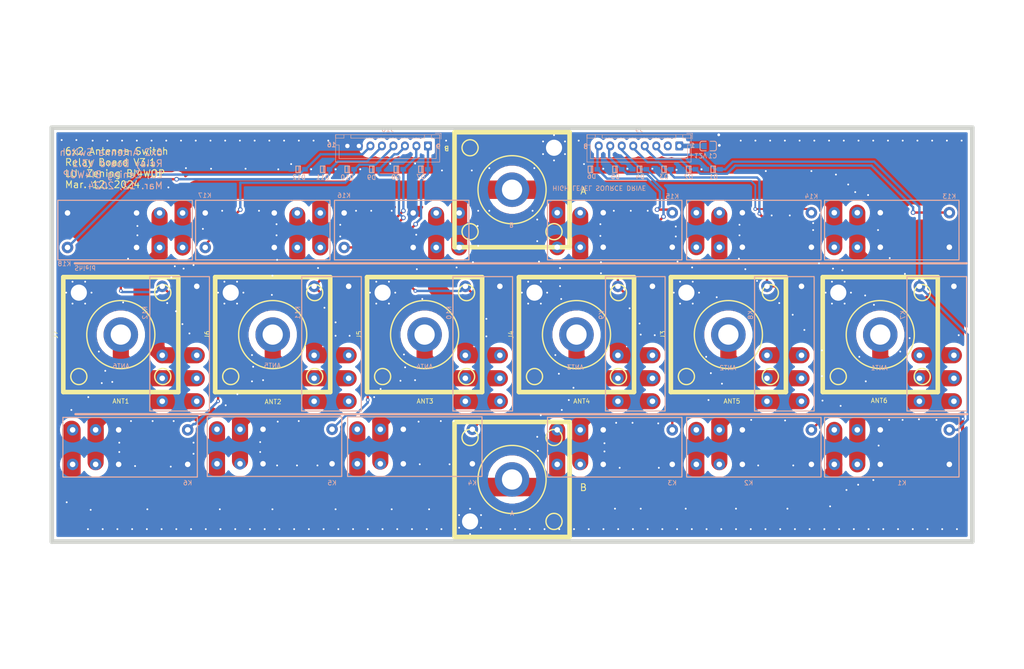
<source format=kicad_pcb>
(kicad_pcb (version 20171130) (host pcbnew "(5.1.10)-1")
  (layers (0 F.Cu signal) (31 B.Cu signal) (34 B.Paste user) (35 F.Paste user) (36 B.SilkS user) (37 F.SilkS user) (38 B.Mask user) (39 F.Mask user) (44 Edge.Cuts user))
  (net 0 "")
  (net 1 +12V)
  (net 2 GND)
  (net 3 +3V3)
  (net 4 "Net-(D1-Pad2)")
  (net 5 "Net-(D2-Pad2)")
  (net 6 "Net-(D3-Pad2)")
  (net 7 "Net-(D4-Pad2)")
  (net 8 "Net-(D5-Pad2)")
  (net 9 "Net-(D6-Pad2)")
  (net 10 "Net-(D8-Pad2)")
  (net 11 "Net-(D10-Pad2)")
  (net 12 "Net-(D12-Pad2)")
  (net 13 A)
  (net 14 B)
  (net 15 /ANT1)
  (net 16 /ANT2)
  (net 17 /ANT3)
  (net 18 /ANT4)
  (net 19 /ANT5)
  (net 20 /ANT6)
  (net 21 /ANT1_A)
  (net 22 /ANT2_A)
  (net 23 /ANT3_A)
  (net 24 /ANT4_A)
  (net 25 /ANT5_A)
  (net 26 /ANT6_A)
  (net 27 /ANT1_B)
  (net 28 /ANT2_B)
  (net 29 /ANT3_B)
  (net 30 /ANT4_B)
  (net 31 /ANT5_B)
  (net 32 /ANT6_B)
  (net 33 /SEL2_3)
  (net 34 /SEL2_2)
  (net 35 /SEL2_1)
  (module Connector_JST:JST_XH_B8B-XH-A_1x08_P2.50mm_Vertical (layer B.Cu) (at 131.725 53.983 180)
    (fp_text reference J10 (at 8.75 3.55) (layer B.SilkS) (effects (justify mirror)))
    (fp_text value Conn_01x08)
    (pad 8 thru_hole oval (at 17.5 0 180) (size 1.7 1.95) (drill 0.95) (layers *.Cu *.Mask) (net 2 GND))
    (pad 7 thru_hole oval (at 15 0 180) (size 1.7 1.95) (drill 0.95) (layers *.Cu *.Mask) (net 2 GND))
    (pad 6 thru_hole oval (at 12.5 0 180) (size 1.7 1.95) (drill 0.95) (layers *.Cu *.Mask) (net 12 "Net-(D12-Pad2)"))
    (pad 5 thru_hole oval (at 10 0 180) (size 1.7 1.95) (drill 0.95) (layers *.Cu *.Mask) (net 35 /SEL2_1))
    (pad 4 thru_hole oval (at 7.5 0 180) (size 1.7 1.95) (drill 0.95) (layers *.Cu *.Mask) (net 11 "Net-(D10-Pad2)"))
    (pad 3 thru_hole oval (at 5 0 180) (size 1.7 1.95) (drill 0.95) (layers *.Cu *.Mask) (net 34 /SEL2_2))
    (pad 2 thru_hole oval (at 2.5 0 180) (size 1.7 1.95) (drill 0.95) (layers *.Cu *.Mask) (net 10 "Net-(D8-Pad2)"))
    (pad 1 thru_hole roundrect (at 0 0 180) (size 1.7 1.95) (drill 0.95) (layers *.Cu *.Mask) (roundrect_rratio 0.147059) (net 33 /SEL2_3))
  )
  (module Connector_JST:JST_XH_B8B-XH-A_1x08_P2.50mm_Vertical (layer B.Cu) (at 186.335001 53.983 180)
    (fp_text reference J9 (at 8.75 3.55) (layer B.SilkS) (effects (justify mirror)))
    (fp_text value Conn_01x08)
    (pad 8 thru_hole oval (at 17.5 0 180) (size 1.7 1.95) (drill 0.95) (layers *.Cu *.Mask) (net 9 "Net-(D6-Pad2)"))
    (pad 7 thru_hole oval (at 15 0 180) (size 1.7 1.95) (drill 0.95) (layers *.Cu *.Mask) (net 8 "Net-(D5-Pad2)"))
    (pad 6 thru_hole oval (at 12.5 0 180) (size 1.7 1.95) (drill 0.95) (layers *.Cu *.Mask) (net 7 "Net-(D4-Pad2)"))
    (pad 5 thru_hole oval (at 10 0 180) (size 1.7 1.95) (drill 0.95) (layers *.Cu *.Mask) (net 6 "Net-(D3-Pad2)"))
    (pad 4 thru_hole oval (at 7.5 0 180) (size 1.7 1.95) (drill 0.95) (layers *.Cu *.Mask) (net 5 "Net-(D2-Pad2)"))
    (pad 3 thru_hole oval (at 5 0 180) (size 1.7 1.95) (drill 0.95) (layers *.Cu *.Mask) (net 4 "Net-(D1-Pad2)"))
    (pad 2 thru_hole oval (at 2.5 0 180) (size 1.7 1.95) (drill 0.95) (layers *.Cu *.Mask) (net 3 +3V3))
    (pad 1 thru_hole roundrect (at 0 0 180) (size 1.7 1.95) (drill 0.95) (layers *.Cu *.Mask) (roundrect_rratio 0.147059) (net 1 +12V))
  )
  (module MyPCBLib:G2RL-1-E (layer B.Cu) (at 53.42 76.054)
    (fp_text reference K18 (at -0.67 3.556 180) (layer B.SilkS) (effects (justify mirror)))
    (fp_text value G2RL-1-E)
    (pad 5 thru_hole circle (at 25 -7.5) (size 2.5 2.5) (drill 1.2) (layers *.Cu *.Mask) (net 13 A))
    (pad 6 thru_hole circle (at 20 -7.5) (size 2.5 2.5) (drill 1.2) (layers *.Cu *.Mask) (net 27 /ANT1_B))
    (pad 7 thru_hole circle (at 15 -7.5) (size 2.5 2.5) (drill 1.2) (layers *.Cu *.Mask) (net 2 GND))
    (pad 4 thru_hole circle (at 25 0) (size 2.5 2.5) (drill 1.2) (layers *.Cu *.Mask) (net 13 A))
    (pad 3 thru_hole circle (at 20 0) (size 2.5 2.5) (drill 1.2) (layers *.Cu *.Mask) (net 27 /ANT1_B))
    (pad 2 thru_hole circle (at 15 0) (size 2.5 2.5) (drill 1.2) (layers *.Cu *.Mask) (net 2 GND))
    (pad 8 thru_hole circle (at 0 -7.5) (size 2.5 2.5) (drill 1.2) (layers *.Cu *.Mask) (net 2 GND))
    (pad 1 thru_hole circle (at 0 0) (size 2.5 2.5) (drill 1.2) (layers *.Cu *.Mask) (net 12 "Net-(D12-Pad2)"))
  )
  (module MyPCBLib:G2RL-1-E (layer B.Cu) (at 83.34 76.054)
    (fp_text reference K17 (at -0.09 -11.304 180) (layer B.SilkS) (effects (justify mirror)))
    (fp_text value G2RL-1-E)
    (pad 5 thru_hole circle (at 25 -7.5) (size 2.5 2.5) (drill 1.2) (layers *.Cu *.Mask) (net 13 A))
    (pad 6 thru_hole circle (at 20 -7.5) (size 2.5 2.5) (drill 1.2) (layers *.Cu *.Mask) (net 28 /ANT2_B))
    (pad 7 thru_hole circle (at 15 -7.5) (size 2.5 2.5) (drill 1.2) (layers *.Cu *.Mask) (net 2 GND))
    (pad 4 thru_hole circle (at 25 0) (size 2.5 2.5) (drill 1.2) (layers *.Cu *.Mask) (net 13 A))
    (pad 3 thru_hole circle (at 20 0) (size 2.5 2.5) (drill 1.2) (layers *.Cu *.Mask) (net 28 /ANT2_B))
    (pad 2 thru_hole circle (at 15 0) (size 2.5 2.5) (drill 1.2) (layers *.Cu *.Mask) (net 2 GND))
    (pad 8 thru_hole circle (at 0 -7.5) (size 2.5 2.5) (drill 1.2) (layers *.Cu *.Mask) (net 2 GND))
    (pad 1 thru_hole circle (at 0 0) (size 2.5 2.5) (drill 1.2) (layers *.Cu *.Mask) (net 11 "Net-(D10-Pad2)"))
  )
  (module MyPCBLib:G2RL-1-E (layer B.Cu) (at 113.52 76.054)
    (fp_text reference K16 (at -0.02 -11.304 180) (layer B.SilkS) (effects (justify mirror)))
    (fp_text value G2RL-1-E)
    (pad 5 thru_hole circle (at 25 -7.5) (size 2.5 2.5) (drill 1.2) (layers *.Cu *.Mask) (net 13 A))
    (pad 6 thru_hole circle (at 20 -7.5) (size 2.5 2.5) (drill 1.2) (layers *.Cu *.Mask) (net 29 /ANT3_B))
    (pad 7 thru_hole circle (at 15 -7.5) (size 2.5 2.5) (drill 1.2) (layers *.Cu *.Mask) (net 2 GND))
    (pad 4 thru_hole circle (at 25 0) (size 2.5 2.5) (drill 1.2) (layers *.Cu *.Mask) (net 13 A))
    (pad 3 thru_hole circle (at 20 0) (size 2.5 2.5) (drill 1.2) (layers *.Cu *.Mask) (net 29 /ANT3_B))
    (pad 2 thru_hole circle (at 15 0) (size 2.5 2.5) (drill 1.2) (layers *.Cu *.Mask) (net 2 GND))
    (pad 8 thru_hole circle (at 0 -7.5) (size 2.5 2.5) (drill 1.2) (layers *.Cu *.Mask) (net 2 GND))
    (pad 1 thru_hole circle (at 0 0) (size 2.5 2.5) (drill 1.2) (layers *.Cu *.Mask) (net 10 "Net-(D8-Pad2)"))
  )
  (module MyPCBLib:G2RL-1-E (layer B.Cu) (at 184.811 68.5 180)
    (fp_text reference K15 (at 0 3.556) (layer B.SilkS) (effects (justify mirror)))
    (fp_text value G2RL-1-E)
    (pad 5 thru_hole circle (at 25 -7.5 180) (size 2.5 2.5) (drill 1.2) (layers *.Cu *.Mask) (net 13 A))
    (pad 6 thru_hole circle (at 20 -7.5 180) (size 2.5 2.5) (drill 1.2) (layers *.Cu *.Mask) (net 30 /ANT4_B))
    (pad 7 thru_hole circle (at 15 -7.5 180) (size 2.5 2.5) (drill 1.2) (layers *.Cu *.Mask) (net 2 GND))
    (pad 4 thru_hole circle (at 25 0 180) (size 2.5 2.5) (drill 1.2) (layers *.Cu *.Mask) (net 13 A))
    (pad 3 thru_hole circle (at 20 0 180) (size 2.5 2.5) (drill 1.2) (layers *.Cu *.Mask) (net 30 /ANT4_B))
    (pad 2 thru_hole circle (at 15 0 180) (size 2.5 2.5) (drill 1.2) (layers *.Cu *.Mask) (net 2 GND))
    (pad 8 thru_hole circle (at 0 -7.5 180) (size 2.5 2.5) (drill 1.2) (layers *.Cu *.Mask) (net 2 GND))
    (pad 1 thru_hole circle (at 0 0 180) (size 2.5 2.5) (drill 1.2) (layers *.Cu *.Mask) (net 9 "Net-(D6-Pad2)"))
  )
  (module MyPCBLib:G2RL-1-E (layer B.Cu) (at 215.037 68.500001 180)
    (fp_text reference K14 (at 0 3.556) (layer B.SilkS) (effects (justify mirror)))
    (fp_text value G2RL-1-E)
    (pad 5 thru_hole circle (at 25 -7.5 180) (size 2.5 2.5) (drill 1.2) (layers *.Cu *.Mask) (net 13 A))
    (pad 6 thru_hole circle (at 20 -7.5 180) (size 2.5 2.5) (drill 1.2) (layers *.Cu *.Mask) (net 31 /ANT5_B))
    (pad 7 thru_hole circle (at 15 -7.5 180) (size 2.5 2.5) (drill 1.2) (layers *.Cu *.Mask) (net 2 GND))
    (pad 4 thru_hole circle (at 25 0 180) (size 2.5 2.5) (drill 1.2) (layers *.Cu *.Mask) (net 13 A))
    (pad 3 thru_hole circle (at 20 0 180) (size 2.5 2.5) (drill 1.2) (layers *.Cu *.Mask) (net 31 /ANT5_B))
    (pad 2 thru_hole circle (at 15 0 180) (size 2.5 2.5) (drill 1.2) (layers *.Cu *.Mask) (net 2 GND))
    (pad 8 thru_hole circle (at 0 -7.5 180) (size 2.5 2.5) (drill 1.2) (layers *.Cu *.Mask) (net 2 GND))
    (pad 1 thru_hole circle (at 0 0 180) (size 2.5 2.5) (drill 1.2) (layers *.Cu *.Mask) (net 7 "Net-(D4-Pad2)"))
  )
  (module MyPCBLib:G2RL-1-E (layer B.Cu) (at 245.009 68.5 180)
    (fp_text reference K13 (at 0 3.556) (layer B.SilkS) (effects (justify mirror)))
    (fp_text value G2RL-1-E)
    (pad 5 thru_hole circle (at 25 -7.5 180) (size 2.5 2.5) (drill 1.2) (layers *.Cu *.Mask) (net 13 A))
    (pad 6 thru_hole circle (at 20 -7.5 180) (size 2.5 2.5) (drill 1.2) (layers *.Cu *.Mask) (net 32 /ANT6_B))
    (pad 7 thru_hole circle (at 15 -7.5 180) (size 2.5 2.5) (drill 1.2) (layers *.Cu *.Mask) (net 2 GND))
    (pad 4 thru_hole circle (at 25 0 180) (size 2.5 2.5) (drill 1.2) (layers *.Cu *.Mask) (net 13 A))
    (pad 3 thru_hole circle (at 20 0 180) (size 2.5 2.5) (drill 1.2) (layers *.Cu *.Mask) (net 32 /ANT6_B))
    (pad 2 thru_hole circle (at 15 0 180) (size 2.5 2.5) (drill 1.2) (layers *.Cu *.Mask) (net 2 GND))
    (pad 8 thru_hole circle (at 0 -7.5 180) (size 2.5 2.5) (drill 1.2) (layers *.Cu *.Mask) (net 2 GND))
    (pad 1 thru_hole circle (at 0 0 180) (size 2.5 2.5) (drill 1.2) (layers *.Cu *.Mask) (net 5 "Net-(D2-Pad2)"))
  )
  (module MyPCBLib:G2RL-1-E (layer B.Cu) (at 74 84.5 270)
    (fp_text reference K12 (at 5.75 3.75 90) (layer B.SilkS) (effects (justify mirror)))
    (fp_text value G2RL-1-E)
    (pad 5 thru_hole circle (at 25 -7.5 270) (size 2.5 2.5) (drill 1.2) (layers *.Cu *.Mask) (net 21 /ANT1_A))
    (pad 6 thru_hole circle (at 20 -7.5 270) (size 2.5 2.5) (drill 1.2) (layers *.Cu *.Mask) (net 15 /ANT1))
    (pad 7 thru_hole circle (at 15 -7.5 270) (size 2.5 2.5) (drill 1.2) (layers *.Cu *.Mask) (net 27 /ANT1_B))
    (pad 4 thru_hole circle (at 25 0 270) (size 2.5 2.5) (drill 1.2) (layers *.Cu *.Mask) (net 21 /ANT1_A))
    (pad 3 thru_hole circle (at 20 0 270) (size 2.5 2.5) (drill 1.2) (layers *.Cu *.Mask) (net 15 /ANT1))
    (pad 2 thru_hole circle (at 15 0 270) (size 2.5 2.5) (drill 1.2) (layers *.Cu *.Mask) (net 27 /ANT1_B))
    (pad 8 thru_hole circle (at 0 -7.5 270) (size 2.5 2.5) (drill 1.2) (layers *.Cu *.Mask) (net 2 GND))
    (pad 1 thru_hole circle (at 0 0 270) (size 2.5 2.5) (drill 1.2) (layers *.Cu *.Mask) (net 35 /SEL2_1))
  )
  (module MyPCBLib:G2RL-1-E (layer B.Cu) (at 107 84.5 270)
    (fp_text reference K11 (at 5.75 3.556 90) (layer B.SilkS) (effects (justify mirror)))
    (fp_text value G2RL-1-E)
    (pad 5 thru_hole circle (at 25 -7.5 270) (size 2.5 2.5) (drill 1.2) (layers *.Cu *.Mask) (net 22 /ANT2_A))
    (pad 6 thru_hole circle (at 20 -7.5 270) (size 2.5 2.5) (drill 1.2) (layers *.Cu *.Mask) (net 16 /ANT2))
    (pad 7 thru_hole circle (at 15 -7.5 270) (size 2.5 2.5) (drill 1.2) (layers *.Cu *.Mask) (net 28 /ANT2_B))
    (pad 4 thru_hole circle (at 25 0 270) (size 2.5 2.5) (drill 1.2) (layers *.Cu *.Mask) (net 22 /ANT2_A))
    (pad 3 thru_hole circle (at 20 0 270) (size 2.5 2.5) (drill 1.2) (layers *.Cu *.Mask) (net 16 /ANT2))
    (pad 2 thru_hole circle (at 15 0 270) (size 2.5 2.5) (drill 1.2) (layers *.Cu *.Mask) (net 28 /ANT2_B))
    (pad 8 thru_hole circle (at 0 -7.5 270) (size 2.5 2.5) (drill 1.2) (layers *.Cu *.Mask) (net 2 GND))
    (pad 1 thru_hole circle (at 0 0 270) (size 2.5 2.5) (drill 1.2) (layers *.Cu *.Mask) (net 34 /SEL2_2))
  )
  (module MyPCBLib:G2RL-1-E (layer B.Cu) (at 139.853 84.5 270)
    (fp_text reference K10 (at 5.75 3.556 90) (layer B.SilkS) (effects (justify mirror)))
    (fp_text value G2RL-1-E)
    (pad 5 thru_hole circle (at 25 -7.5 270) (size 2.5 2.5) (drill 1.2) (layers *.Cu *.Mask) (net 23 /ANT3_A))
    (pad 6 thru_hole circle (at 20 -7.5 270) (size 2.5 2.5) (drill 1.2) (layers *.Cu *.Mask) (net 17 /ANT3))
    (pad 7 thru_hole circle (at 15 -7.5 270) (size 2.5 2.5) (drill 1.2) (layers *.Cu *.Mask) (net 29 /ANT3_B))
    (pad 4 thru_hole circle (at 25 0 270) (size 2.5 2.5) (drill 1.2) (layers *.Cu *.Mask) (net 23 /ANT3_A))
    (pad 3 thru_hole circle (at 20 0 270) (size 2.5 2.5) (drill 1.2) (layers *.Cu *.Mask) (net 17 /ANT3))
    (pad 2 thru_hole circle (at 15 0 270) (size 2.5 2.5) (drill 1.2) (layers *.Cu *.Mask) (net 29 /ANT3_B))
    (pad 8 thru_hole circle (at 0 -7.5 270) (size 2.5 2.5) (drill 1.2) (layers *.Cu *.Mask) (net 2 GND))
    (pad 1 thru_hole circle (at 0 0 270) (size 2.5 2.5) (drill 1.2) (layers *.Cu *.Mask) (net 33 /SEL2_3))
  )
  (module MyPCBLib:G2RL-1-E (layer B.Cu) (at 173 84.5 270)
    (fp_text reference K9 (at 6.226191 3.556 90) (layer B.SilkS) (effects (justify mirror)))
    (fp_text value G2RL-1-E)
    (pad 5 thru_hole circle (at 25 -7.5 270) (size 2.5 2.5) (drill 1.2) (layers *.Cu *.Mask) (net 24 /ANT4_A))
    (pad 6 thru_hole circle (at 20 -7.5 270) (size 2.5 2.5) (drill 1.2) (layers *.Cu *.Mask) (net 18 /ANT4))
    (pad 7 thru_hole circle (at 15 -7.5 270) (size 2.5 2.5) (drill 1.2) (layers *.Cu *.Mask) (net 30 /ANT4_B))
    (pad 4 thru_hole circle (at 25 0 270) (size 2.5 2.5) (drill 1.2) (layers *.Cu *.Mask) (net 24 /ANT4_A))
    (pad 3 thru_hole circle (at 20 0 270) (size 2.5 2.5) (drill 1.2) (layers *.Cu *.Mask) (net 18 /ANT4))
    (pad 2 thru_hole circle (at 15 0 270) (size 2.5 2.5) (drill 1.2) (layers *.Cu *.Mask) (net 30 /ANT4_B))
    (pad 8 thru_hole circle (at 0 -7.5 270) (size 2.5 2.5) (drill 1.2) (layers *.Cu *.Mask) (net 2 GND))
    (pad 1 thru_hole circle (at 0 0 270) (size 2.5 2.5) (drill 1.2) (layers *.Cu *.Mask) (net 8 "Net-(D5-Pad2)"))
  )
  (module MyPCBLib:G2RL-1-E (layer B.Cu) (at 205.385 84.5 270)
    (fp_text reference K8 (at 6.226191 3.556 90) (layer B.SilkS) (effects (justify mirror)))
    (fp_text value G2RL-1-E)
    (pad 5 thru_hole circle (at 25 -7.5 270) (size 2.5 2.5) (drill 1.2) (layers *.Cu *.Mask) (net 25 /ANT5_A))
    (pad 6 thru_hole circle (at 20 -7.5 270) (size 2.5 2.5) (drill 1.2) (layers *.Cu *.Mask) (net 19 /ANT5))
    (pad 7 thru_hole circle (at 15 -7.5 270) (size 2.5 2.5) (drill 1.2) (layers *.Cu *.Mask) (net 31 /ANT5_B))
    (pad 4 thru_hole circle (at 25 0 270) (size 2.5 2.5) (drill 1.2) (layers *.Cu *.Mask) (net 25 /ANT5_A))
    (pad 3 thru_hole circle (at 20 0 270) (size 2.5 2.5) (drill 1.2) (layers *.Cu *.Mask) (net 19 /ANT5))
    (pad 2 thru_hole circle (at 15 0 270) (size 2.5 2.5) (drill 1.2) (layers *.Cu *.Mask) (net 31 /ANT5_B))
    (pad 8 thru_hole circle (at 0 -7.5 270) (size 2.5 2.5) (drill 1.2) (layers *.Cu *.Mask) (net 2 GND))
    (pad 1 thru_hole circle (at 0 0 270) (size 2.5 2.5) (drill 1.2) (layers *.Cu *.Mask) (net 6 "Net-(D3-Pad2)"))
  )
  (module MyPCBLib:G2RL-1-E (layer B.Cu) (at 238.5 84.500001 270)
    (fp_text reference K7 (at 6.22619 3.556 90) (layer B.SilkS) (effects (justify mirror)))
    (fp_text value G2RL-1-E)
    (pad 5 thru_hole circle (at 25 -7.5 270) (size 2.5 2.5) (drill 1.2) (layers *.Cu *.Mask) (net 26 /ANT6_A))
    (pad 6 thru_hole circle (at 20 -7.5 270) (size 2.5 2.5) (drill 1.2) (layers *.Cu *.Mask) (net 20 /ANT6))
    (pad 7 thru_hole circle (at 15 -7.5 270) (size 2.5 2.5) (drill 1.2) (layers *.Cu *.Mask) (net 32 /ANT6_B))
    (pad 4 thru_hole circle (at 25 0 270) (size 2.5 2.5) (drill 1.2) (layers *.Cu *.Mask) (net 26 /ANT6_A))
    (pad 3 thru_hole circle (at 20 0 270) (size 2.5 2.5) (drill 1.2) (layers *.Cu *.Mask) (net 20 /ANT6))
    (pad 2 thru_hole circle (at 15 0 270) (size 2.5 2.5) (drill 1.2) (layers *.Cu *.Mask) (net 32 /ANT6_B))
    (pad 8 thru_hole circle (at 0 -7.5 270) (size 2.5 2.5) (drill 1.2) (layers *.Cu *.Mask) (net 2 GND))
    (pad 1 thru_hole circle (at 0 0 270) (size 2.5 2.5) (drill 1.2) (layers *.Cu *.Mask) (net 4 "Net-(D1-Pad2)"))
  )
  (module MyPCBLib:G2RL-1-E (layer B.Cu) (at 79.528 115.713 180)
    (fp_text reference K6 (at 0 -11.537001) (layer B.SilkS) (effects (justify mirror)))
    (fp_text value G2RL-1-E)
    (pad 5 thru_hole circle (at 25 -7.5 180) (size 2.5 2.5) (drill 1.2) (layers *.Cu *.Mask) (net 14 B))
    (pad 6 thru_hole circle (at 20 -7.5 180) (size 2.5 2.5) (drill 1.2) (layers *.Cu *.Mask) (net 21 /ANT1_A))
    (pad 7 thru_hole circle (at 15 -7.5 180) (size 2.5 2.5) (drill 1.2) (layers *.Cu *.Mask) (net 2 GND))
    (pad 4 thru_hole circle (at 25 0 180) (size 2.5 2.5) (drill 1.2) (layers *.Cu *.Mask) (net 14 B))
    (pad 3 thru_hole circle (at 20 0 180) (size 2.5 2.5) (drill 1.2) (layers *.Cu *.Mask) (net 21 /ANT1_A))
    (pad 2 thru_hole circle (at 15 0 180) (size 2.5 2.5) (drill 1.2) (layers *.Cu *.Mask) (net 2 GND))
    (pad 8 thru_hole circle (at 0 -7.5 180) (size 2.5 2.5) (drill 1.2) (layers *.Cu *.Mask) (net 2 GND))
    (pad 1 thru_hole circle (at 0 0 180) (size 2.5 2.5) (drill 1.2) (layers *.Cu *.Mask) (net 35 /SEL2_1))
  )
  (module MyPCBLib:G2RL-1-E (layer B.Cu) (at 110.897 115.586 180)
    (fp_text reference K5 (at 0 -11.664001) (layer B.SilkS) (effects (justify mirror)))
    (fp_text value G2RL-1-E)
    (pad 5 thru_hole circle (at 25 -7.5 180) (size 2.5 2.5) (drill 1.2) (layers *.Cu *.Mask) (net 14 B))
    (pad 6 thru_hole circle (at 20 -7.5 180) (size 2.5 2.5) (drill 1.2) (layers *.Cu *.Mask) (net 22 /ANT2_A))
    (pad 7 thru_hole circle (at 15 -7.5 180) (size 2.5 2.5) (drill 1.2) (layers *.Cu *.Mask) (net 2 GND))
    (pad 4 thru_hole circle (at 25 0 180) (size 2.5 2.5) (drill 1.2) (layers *.Cu *.Mask) (net 14 B))
    (pad 3 thru_hole circle (at 20 0 180) (size 2.5 2.5) (drill 1.2) (layers *.Cu *.Mask) (net 22 /ANT2_A))
    (pad 2 thru_hole circle (at 15 0 180) (size 2.5 2.5) (drill 1.2) (layers *.Cu *.Mask) (net 2 GND))
    (pad 8 thru_hole circle (at 0 -7.5 180) (size 2.5 2.5) (drill 1.2) (layers *.Cu *.Mask) (net 2 GND))
    (pad 1 thru_hole circle (at 0 0 180) (size 2.5 2.5) (drill 1.2) (layers *.Cu *.Mask) (net 34 /SEL2_2))
  )
  (module MyPCBLib:G2RL-1-E (layer B.Cu) (at 141.377 115.586 180)
    (fp_text reference K4 (at 0 -11.664001) (layer B.SilkS) (effects (justify mirror)))
    (fp_text value G2RL-1-E)
    (pad 5 thru_hole circle (at 25 -7.5 180) (size 2.5 2.5) (drill 1.2) (layers *.Cu *.Mask) (net 14 B))
    (pad 6 thru_hole circle (at 20 -7.5 180) (size 2.5 2.5) (drill 1.2) (layers *.Cu *.Mask) (net 23 /ANT3_A))
    (pad 7 thru_hole circle (at 15 -7.5 180) (size 2.5 2.5) (drill 1.2) (layers *.Cu *.Mask) (net 2 GND))
    (pad 4 thru_hole circle (at 25 0 180) (size 2.5 2.5) (drill 1.2) (layers *.Cu *.Mask) (net 14 B))
    (pad 3 thru_hole circle (at 20 0 180) (size 2.5 2.5) (drill 1.2) (layers *.Cu *.Mask) (net 23 /ANT3_A))
    (pad 2 thru_hole circle (at 15 0 180) (size 2.5 2.5) (drill 1.2) (layers *.Cu *.Mask) (net 2 GND))
    (pad 8 thru_hole circle (at 0 -7.5 180) (size 2.5 2.5) (drill 1.2) (layers *.Cu *.Mask) (net 2 GND))
    (pad 1 thru_hole circle (at 0 0 180) (size 2.5 2.5) (drill 1.2) (layers *.Cu *.Mask) (net 33 /SEL2_3))
  )
  (module MyPCBLib:G2RL-1-E (layer B.Cu) (at 184.811 115.713001 180)
    (fp_text reference K3 (at 0 -11.537) (layer B.SilkS) (effects (justify mirror)))
    (fp_text value G2RL-1-E)
    (pad 5 thru_hole circle (at 25 -7.5 180) (size 2.5 2.5) (drill 1.2) (layers *.Cu *.Mask) (net 14 B))
    (pad 6 thru_hole circle (at 20 -7.5 180) (size 2.5 2.5) (drill 1.2) (layers *.Cu *.Mask) (net 24 /ANT4_A))
    (pad 7 thru_hole circle (at 15 -7.5 180) (size 2.5 2.5) (drill 1.2) (layers *.Cu *.Mask) (net 2 GND))
    (pad 4 thru_hole circle (at 25 0 180) (size 2.5 2.5) (drill 1.2) (layers *.Cu *.Mask) (net 14 B))
    (pad 3 thru_hole circle (at 20 0 180) (size 2.5 2.5) (drill 1.2) (layers *.Cu *.Mask) (net 24 /ANT4_A))
    (pad 2 thru_hole circle (at 15 0 180) (size 2.5 2.5) (drill 1.2) (layers *.Cu *.Mask) (net 2 GND))
    (pad 8 thru_hole circle (at 0 -7.5 180) (size 2.5 2.5) (drill 1.2) (layers *.Cu *.Mask) (net 2 GND))
    (pad 1 thru_hole circle (at 0 0 180) (size 2.5 2.5) (drill 1.2) (layers *.Cu *.Mask) (net 8 "Net-(D5-Pad2)"))
  )
  (module MyPCBLib:G2RL-1-E (layer B.Cu) (at 215.037 115.713 180)
    (fp_text reference K2 (at 13.637 -11.537001) (layer B.SilkS) (effects (justify mirror)))
    (fp_text value G2RL-1-E)
    (pad 5 thru_hole circle (at 25 -7.5 180) (size 2.5 2.5) (drill 1.2) (layers *.Cu *.Mask) (net 14 B))
    (pad 6 thru_hole circle (at 20 -7.5 180) (size 2.5 2.5) (drill 1.2) (layers *.Cu *.Mask) (net 25 /ANT5_A))
    (pad 7 thru_hole circle (at 15 -7.5 180) (size 2.5 2.5) (drill 1.2) (layers *.Cu *.Mask) (net 2 GND))
    (pad 4 thru_hole circle (at 25 0 180) (size 2.5 2.5) (drill 1.2) (layers *.Cu *.Mask) (net 14 B))
    (pad 3 thru_hole circle (at 20 0 180) (size 2.5 2.5) (drill 1.2) (layers *.Cu *.Mask) (net 25 /ANT5_A))
    (pad 2 thru_hole circle (at 15 0 180) (size 2.5 2.5) (drill 1.2) (layers *.Cu *.Mask) (net 2 GND))
    (pad 8 thru_hole circle (at 0 -7.5 180) (size 2.5 2.5) (drill 1.2) (layers *.Cu *.Mask) (net 2 GND))
    (pad 1 thru_hole circle (at 0 0 180) (size 2.5 2.5) (drill 1.2) (layers *.Cu *.Mask) (net 6 "Net-(D3-Pad2)"))
  )
  (module MyPCBLib:G2RL-1-E (layer B.Cu) (at 245.009 115.713001 180)
    (fp_text reference K1 (at 10.309 -11.537) (layer B.SilkS) (effects (justify mirror)))
    (fp_text value G2RL-1-E)
    (pad 5 thru_hole circle (at 25 -7.5 180) (size 2.5 2.5) (drill 1.2) (layers *.Cu *.Mask) (net 14 B))
    (pad 6 thru_hole circle (at 20 -7.5 180) (size 2.5 2.5) (drill 1.2) (layers *.Cu *.Mask) (net 26 /ANT6_A))
    (pad 7 thru_hole circle (at 15 -7.5 180) (size 2.5 2.5) (drill 1.2) (layers *.Cu *.Mask) (net 2 GND))
    (pad 4 thru_hole circle (at 25 0 180) (size 2.5 2.5) (drill 1.2) (layers *.Cu *.Mask) (net 14 B))
    (pad 3 thru_hole circle (at 20 0 180) (size 2.5 2.5) (drill 1.2) (layers *.Cu *.Mask) (net 26 /ANT6_A))
    (pad 2 thru_hole circle (at 15 0 180) (size 2.5 2.5) (drill 1.2) (layers *.Cu *.Mask) (net 2 GND))
    (pad 8 thru_hole circle (at 0 -7.5 180) (size 2.5 2.5) (drill 1.2) (layers *.Cu *.Mask) (net 2 GND))
    (pad 1 thru_hole circle (at 0 0 180) (size 2.5 2.5) (drill 1.2) (layers *.Cu *.Mask) (net 4 "Net-(D1-Pad2)"))
  )
  (module lc_lib:0805_C (layer B.Cu) (at 192.6215 54)
    (fp_text reference C1 (at 0.9525 2.159 180) (layer B.SilkS) (effects (justify mirror)))
    (fp_text value 100uF)
    (pad 2 smd rect (at 0.89 0) (size 1.16 1.47) (layers B.Cu B.Paste B.Mask) (net 2 GND))
    (pad 1 smd rect (at -0.89 0) (size 1.16 1.47) (layers B.Cu B.Paste B.Mask) (net 1 +12V))
  )
  (module lc_lib:SOD-123 (layer B.Cu) (at 103.531 59.063 180)
    (fp_text reference D12 (at -0.1905 -1.7145) (layer B.SilkS) (effects (justify mirror)))
    (fp_text value 1n4007)
    (pad 2 smd rect (at -1.475 0) (size 1.25 1) (layers B.Cu B.Paste B.Mask) (net 12 "Net-(D12-Pad2)"))
    (pad 1 smd rect (at 1.475 0) (size 1.25 1) (layers B.Cu B.Paste B.Mask) (net 2 GND))
  )
  (module lc_lib:SOD-123 (layer B.Cu) (at 108.865 59.063 180)
    (fp_text reference D11 (at 0 -1.7145) (layer B.SilkS) (effects (justify mirror)))
    (fp_text value 1n4007)
    (pad 2 smd rect (at -1.475 0) (size 1.25 1) (layers B.Cu B.Paste B.Mask) (net 35 /SEL2_1))
    (pad 1 smd rect (at 1.475 0) (size 1.25 1) (layers B.Cu B.Paste B.Mask) (net 2 GND))
  )
  (module lc_lib:SOD-123 (layer B.Cu) (at 114.198999 59.063 180)
    (fp_text reference D10 (at 0 -1.7145) (layer B.SilkS) (effects (justify mirror)))
    (fp_text value 1n4007)
    (pad 2 smd rect (at -1.475 0) (size 1.25 1) (layers B.Cu B.Paste B.Mask) (net 11 "Net-(D10-Pad2)"))
    (pad 1 smd rect (at 1.475 0) (size 1.25 1) (layers B.Cu B.Paste B.Mask) (net 2 GND))
  )
  (module lc_lib:SOD-123 (layer B.Cu) (at 119.533 59.063 180)
    (fp_text reference D9 (at 0.0635 -1.778) (layer B.SilkS) (effects (justify mirror)))
    (fp_text value 1n4007)
    (pad 2 smd rect (at -1.475 0) (size 1.25 1) (layers B.Cu B.Paste B.Mask) (net 34 /SEL2_2))
    (pad 1 smd rect (at 1.475 0) (size 1.25 1) (layers B.Cu B.Paste B.Mask) (net 2 GND))
  )
  (module lc_lib:SOD-123 (layer B.Cu) (at 124.867 59.062999 180)
    (fp_text reference D8 (at 0.127 -1.7145) (layer B.SilkS) (effects (justify mirror)))
    (fp_text value 1n4007)
    (pad 2 smd rect (at -1.475 0) (size 1.25 1) (layers B.Cu B.Paste B.Mask) (net 10 "Net-(D8-Pad2)"))
    (pad 1 smd rect (at 1.475 0) (size 1.25 1) (layers B.Cu B.Paste B.Mask) (net 2 GND))
  )
  (module lc_lib:SOD-123 (layer B.Cu) (at 130.201 59.063 180)
    (fp_text reference D7 (at 0 -1.651) (layer B.SilkS) (effects (justify mirror)))
    (fp_text value 1n4007)
    (pad 2 smd rect (at -1.475 0) (size 1.25 1) (layers B.Cu B.Paste B.Mask) (net 33 /SEL2_3))
    (pad 1 smd rect (at 1.475 0) (size 1.25 1) (layers B.Cu B.Paste B.Mask) (net 2 GND))
  )
  (module lc_lib:SOD-123 (layer B.Cu) (at 167.031 59.063 180)
    (fp_text reference D6 (at -0.254 -1.524) (layer B.SilkS) (effects (justify mirror)))
    (fp_text value 1n4007)
    (pad 2 smd rect (at -1.475 0) (size 1.25 1) (layers B.Cu B.Paste B.Mask) (net 9 "Net-(D6-Pad2)"))
    (pad 1 smd rect (at 1.475 0) (size 1.25 1) (layers B.Cu B.Paste B.Mask) (net 2 GND))
  )
  (module lc_lib:SOD-123 (layer B.Cu) (at 172.364999 59.063 180)
    (fp_text reference D5 (at -0.0635 -1.5875) (layer B.SilkS) (effects (justify mirror)))
    (fp_text value 1n4007)
    (pad 2 smd rect (at -1.475 0) (size 1.25 1) (layers B.Cu B.Paste B.Mask) (net 8 "Net-(D5-Pad2)"))
    (pad 1 smd rect (at 1.475 0) (size 1.25 1) (layers B.Cu B.Paste B.Mask) (net 2 GND))
  )
  (module lc_lib:SOD-123 (layer B.Cu) (at 177.699 59.063 180)
    (fp_text reference D4 (at -0.127 -1.5875) (layer B.SilkS) (effects (justify mirror)))
    (fp_text value 1n4007)
    (pad 2 smd rect (at -1.475 0) (size 1.25 1) (layers B.Cu B.Paste B.Mask) (net 7 "Net-(D4-Pad2)"))
    (pad 1 smd rect (at 1.475 0) (size 1.25 1) (layers B.Cu B.Paste B.Mask) (net 2 GND))
  )
  (module lc_lib:SOD-123 (layer B.Cu) (at 183.033 59.062999 180)
    (fp_text reference D3 (at 0 -1.5875) (layer B.SilkS) (effects (justify mirror)))
    (fp_text value 1n4007)
    (pad 2 smd rect (at -1.475 0) (size 1.25 1) (layers B.Cu B.Paste B.Mask) (net 6 "Net-(D3-Pad2)"))
    (pad 1 smd rect (at 1.475 0) (size 1.25 1) (layers B.Cu B.Paste B.Mask) (net 2 GND))
  )
  (module lc_lib:SOD-123 (layer B.Cu) (at 188.367 59.063 180)
    (fp_text reference D2 (at 0 -1.5875) (layer B.SilkS) (effects (justify mirror)))
    (fp_text value 1n4007)
    (pad 2 smd rect (at -1.475 0) (size 1.25 1) (layers B.Cu B.Paste B.Mask) (net 5 "Net-(D2-Pad2)"))
    (pad 1 smd rect (at 1.475 0) (size 1.25 1) (layers B.Cu B.Paste B.Mask) (net 2 GND))
  )
  (module lc_lib:SOD-123 (layer B.Cu) (at 193.701 59.063 180)
    (fp_text reference D1 (at -0.0635 -1.5875 180) (layer B.SilkS) (effects (justify mirror)))
    (fp_text value 1n4007)
    (pad 2 smd rect (at -1.475 0) (size 1.25 1) (layers B.Cu B.Paste B.Mask) (net 4 "Net-(D1-Pad2)"))
    (pad 1 smd rect (at 1.475 0) (size 1.25 1) (layers B.Cu B.Paste B.Mask) (net 2 GND))
  )
  (module MyPCBLib:SL16_Screw_PCB (layer F.Cu) (at 150 63.5)
    (fp_text reference J8 hide)
    (fp_text value Conn_Coaxial)
    (pad 2 thru_hole circle (at 11.50157 -10.495 300) (size 0.8 0.8) (drill 0.4) (layers *.Cu *.Mask) (net 2 GND))
    (pad 2 thru_hole circle (at 11.50157 -7.745 240) (size 0.8 0.8) (drill 0.4) (layers *.Cu *.Mask) (net 2 GND))
    (pad 2 thru_hole circle (at 9.12 -6.37 180) (size 0.8 0.8) (drill 0.4) (layers *.Cu *.Mask) (net 2 GND))
    (pad 2 thru_hole circle (at 6.73843 -7.745 120) (size 0.8 0.8) (drill 0.4) (layers *.Cu *.Mask) (net 2 GND))
    (pad 2 thru_hole circle (at 6.73843 -10.495 60) (size 0.8 0.8) (drill 0.4) (layers *.Cu *.Mask) (net 2 GND))
    (pad 2 thru_hole circle (at 9.12 -11.87) (size 0.8 0.8) (drill 0.4) (layers *.Cu *.Mask) (net 2 GND))
    (pad 2 thru_hole circle (at 9.12 -9.12) (size 7.5 7.5) (drill 3.5) (layers *.Cu *.Mask) (net 2 GND))
    (pad 1 thru_hole circle (at 0 0) (size 7.5 7.5) (drill 4.4) (layers *.Cu *.Mask) (net 13 A))
  )
  (module MyPCBLib:SL16_Screw_PCB (layer F.Cu) (at 65 95 90)
    (fp_text reference J7 (at 0 -14.224 270) (layer F.SilkS))
    (fp_text value Conn_Coaxial)
    (pad 2 thru_hole circle (at 11.50157 -10.495 30) (size 0.8 0.8) (drill 0.4) (layers *.Cu *.Mask) (net 2 GND))
    (pad 2 thru_hole circle (at 11.50157 -7.745 330) (size 0.8 0.8) (drill 0.4) (layers *.Cu *.Mask) (net 2 GND))
    (pad 2 thru_hole circle (at 9.12 -6.37 270) (size 0.8 0.8) (drill 0.4) (layers *.Cu *.Mask) (net 2 GND))
    (pad 2 thru_hole circle (at 6.73843 -7.745 210) (size 0.8 0.8) (drill 0.4) (layers *.Cu *.Mask) (net 2 GND))
    (pad 2 thru_hole circle (at 6.73843 -10.495 150) (size 0.8 0.8) (drill 0.4) (layers *.Cu *.Mask) (net 2 GND))
    (pad 2 thru_hole circle (at 9.12 -11.87 90) (size 0.8 0.8) (drill 0.4) (layers *.Cu *.Mask) (net 2 GND))
    (pad 2 thru_hole circle (at 9.12 -9.12 90) (size 7.5 7.5) (drill 3.5) (layers *.Cu *.Mask) (net 2 GND))
    (pad 1 thru_hole circle (at 0 0 90) (size 7.5 7.5) (drill 4.4) (layers *.Cu *.Mask) (net 15 /ANT1))
  )
  (module MyPCBLib:SL16_Screw_PCB (layer F.Cu) (at 98 95 90)
    (fp_text reference J6 (at 0 -14.224 270) (layer F.SilkS))
    (fp_text value Conn_Coaxial)
    (pad 2 thru_hole circle (at 11.50157 -10.495 30) (size 0.8 0.8) (drill 0.4) (layers *.Cu *.Mask) (net 2 GND))
    (pad 2 thru_hole circle (at 11.50157 -7.745 330) (size 0.8 0.8) (drill 0.4) (layers *.Cu *.Mask) (net 2 GND))
    (pad 2 thru_hole circle (at 9.12 -6.37 270) (size 0.8 0.8) (drill 0.4) (layers *.Cu *.Mask) (net 2 GND))
    (pad 2 thru_hole circle (at 6.73843 -7.745 210) (size 0.8 0.8) (drill 0.4) (layers *.Cu *.Mask) (net 2 GND))
    (pad 2 thru_hole circle (at 6.73843 -10.495 150) (size 0.8 0.8) (drill 0.4) (layers *.Cu *.Mask) (net 2 GND))
    (pad 2 thru_hole circle (at 9.12 -11.87 90) (size 0.8 0.8) (drill 0.4) (layers *.Cu *.Mask) (net 2 GND))
    (pad 2 thru_hole circle (at 9.12 -9.12 90) (size 7.5 7.5) (drill 3.5) (layers *.Cu *.Mask) (net 2 GND))
    (pad 1 thru_hole circle (at 0 0 90) (size 7.5 7.5) (drill 4.4) (layers *.Cu *.Mask) (net 16 /ANT2))
  )
  (module MyPCBLib:SL16_Screw_PCB (layer F.Cu) (at 131 95 90)
    (fp_text reference J5 (at 0 -14.224 270) (layer F.SilkS))
    (fp_text value Conn_Coaxial)
    (pad 2 thru_hole circle (at 11.50157 -10.495 30) (size 0.8 0.8) (drill 0.4) (layers *.Cu *.Mask) (net 2 GND))
    (pad 2 thru_hole circle (at 11.50157 -7.745 330) (size 0.8 0.8) (drill 0.4) (layers *.Cu *.Mask) (net 2 GND))
    (pad 2 thru_hole circle (at 9.12 -6.37 270) (size 0.8 0.8) (drill 0.4) (layers *.Cu *.Mask) (net 2 GND))
    (pad 2 thru_hole circle (at 6.73843 -7.745 210) (size 0.8 0.8) (drill 0.4) (layers *.Cu *.Mask) (net 2 GND))
    (pad 2 thru_hole circle (at 6.73843 -10.495 150) (size 0.8 0.8) (drill 0.4) (layers *.Cu *.Mask) (net 2 GND))
    (pad 2 thru_hole circle (at 9.12 -11.87 90) (size 0.8 0.8) (drill 0.4) (layers *.Cu *.Mask) (net 2 GND))
    (pad 2 thru_hole circle (at 9.12 -9.12 90) (size 7.5 7.5) (drill 3.5) (layers *.Cu *.Mask) (net 2 GND))
    (pad 1 thru_hole circle (at 0 0 90) (size 7.5 7.5) (drill 4.4) (layers *.Cu *.Mask) (net 17 /ANT3))
  )
  (module MyPCBLib:SL16_Screw_PCB (layer F.Cu) (at 164 95 90)
    (fp_text reference J4 (at 0 -14.224 270) (layer F.SilkS))
    (fp_text value Conn_Coaxial)
    (pad 2 thru_hole circle (at 11.50157 -10.495 30) (size 0.8 0.8) (drill 0.4) (layers *.Cu *.Mask) (net 2 GND))
    (pad 2 thru_hole circle (at 11.50157 -7.745 330) (size 0.8 0.8) (drill 0.4) (layers *.Cu *.Mask) (net 2 GND))
    (pad 2 thru_hole circle (at 9.12 -6.37 270) (size 0.8 0.8) (drill 0.4) (layers *.Cu *.Mask) (net 2 GND))
    (pad 2 thru_hole circle (at 6.73843 -7.745 210) (size 0.8 0.8) (drill 0.4) (layers *.Cu *.Mask) (net 2 GND))
    (pad 2 thru_hole circle (at 6.73843 -10.495 150) (size 0.8 0.8) (drill 0.4) (layers *.Cu *.Mask) (net 2 GND))
    (pad 2 thru_hole circle (at 9.12 -11.87 90) (size 0.8 0.8) (drill 0.4) (layers *.Cu *.Mask) (net 2 GND))
    (pad 2 thru_hole circle (at 9.12 -9.12 90) (size 7.5 7.5) (drill 3.5) (layers *.Cu *.Mask) (net 2 GND))
    (pad 1 thru_hole circle (at 0 0 90) (size 7.5 7.5) (drill 4.4) (layers *.Cu *.Mask) (net 18 /ANT4))
  )
  (module MyPCBLib:SL16_Screw_PCB (layer F.Cu) (at 197 95 90)
    (fp_text reference J3 (at 0 -14.224 270) (layer F.SilkS))
    (fp_text value Conn_Coaxial)
    (pad 2 thru_hole circle (at 11.50157 -10.495 30) (size 0.8 0.8) (drill 0.4) (layers *.Cu *.Mask) (net 2 GND))
    (pad 2 thru_hole circle (at 11.50157 -7.745 330) (size 0.8 0.8) (drill 0.4) (layers *.Cu *.Mask) (net 2 GND))
    (pad 2 thru_hole circle (at 9.12 -6.37 270) (size 0.8 0.8) (drill 0.4) (layers *.Cu *.Mask) (net 2 GND))
    (pad 2 thru_hole circle (at 6.73843 -7.745 210) (size 0.8 0.8) (drill 0.4) (layers *.Cu *.Mask) (net 2 GND))
    (pad 2 thru_hole circle (at 6.73843 -10.495 150) (size 0.8 0.8) (drill 0.4) (layers *.Cu *.Mask) (net 2 GND))
    (pad 2 thru_hole circle (at 9.12 -11.87 90) (size 0.8 0.8) (drill 0.4) (layers *.Cu *.Mask) (net 2 GND))
    (pad 2 thru_hole circle (at 9.12 -9.12 90) (size 7.5 7.5) (drill 3.5) (layers *.Cu *.Mask) (net 2 GND))
    (pad 1 thru_hole circle (at 0 0 90) (size 7.5 7.5) (drill 4.4) (layers *.Cu *.Mask) (net 19 /ANT5))
  )
  (module MyPCBLib:SL16_Screw_PCB (layer F.Cu) (at 230 95 90)
    (fp_text reference J2 hide)
    (fp_text value Conn_Coaxial)
    (pad 2 thru_hole circle (at 11.50157 -10.495 30) (size 0.8 0.8) (drill 0.4) (layers *.Cu *.Mask) (net 2 GND))
    (pad 2 thru_hole circle (at 11.50157 -7.745 330) (size 0.8 0.8) (drill 0.4) (layers *.Cu *.Mask) (net 2 GND))
    (pad 2 thru_hole circle (at 9.12 -6.37 270) (size 0.8 0.8) (drill 0.4) (layers *.Cu *.Mask) (net 2 GND))
    (pad 2 thru_hole circle (at 6.73843 -7.745 210) (size 0.8 0.8) (drill 0.4) (layers *.Cu *.Mask) (net 2 GND))
    (pad 2 thru_hole circle (at 6.73843 -10.495 150) (size 0.8 0.8) (drill 0.4) (layers *.Cu *.Mask) (net 2 GND))
    (pad 2 thru_hole circle (at 9.12 -11.87 90) (size 0.8 0.8) (drill 0.4) (layers *.Cu *.Mask) (net 2 GND))
    (pad 2 thru_hole circle (at 9.12 -9.12 90) (size 7.5 7.5) (drill 3.5) (layers *.Cu *.Mask) (net 2 GND))
    (pad 1 thru_hole circle (at 0 0 90) (size 7.5 7.5) (drill 4.4) (layers *.Cu *.Mask) (net 20 /ANT6))
  )
  (module MyPCBLib:SL16_Screw_PCB (layer F.Cu) (at 150 126.5 180)
    (fp_text reference J1 hide)
    (fp_text value Conn_Coaxial)
    (pad 2 thru_hole circle (at 11.50157 -10.495 120) (size 0.8 0.8) (drill 0.4) (layers *.Cu *.Mask) (net 2 GND))
    (pad 2 thru_hole circle (at 11.50157 -7.745 60) (size 0.8 0.8) (drill 0.4) (layers *.Cu *.Mask) (net 2 GND))
    (pad 2 thru_hole circle (at 9.12 -6.37) (size 0.8 0.8) (drill 0.4) (layers *.Cu *.Mask) (net 2 GND))
    (pad 2 thru_hole circle (at 6.73843 -7.745 300) (size 0.8 0.8) (drill 0.4) (layers *.Cu *.Mask) (net 2 GND))
    (pad 2 thru_hole circle (at 6.73843 -10.495 240) (size 0.8 0.8) (drill 0.4) (layers *.Cu *.Mask) (net 2 GND))
    (pad 2 thru_hole circle (at 9.12 -11.87 180) (size 0.8 0.8) (drill 0.4) (layers *.Cu *.Mask) (net 2 GND))
    (pad 2 thru_hole circle (at 9.12 -9.12 180) (size 7.5 7.5) (drill 3.5) (layers *.Cu *.Mask) (net 2 GND))
    (pad 1 thru_hole circle (at 0 0 180) (size 7.5 7.5) (drill 4.4) (layers *.Cu *.Mask) (net 14 B))
  )
  (gr_text 9 (at 134 54.106) (layer B.SilkS) (effects (font (size 1 1) (thickness 0.2)) (justify mirror)))
  (gr_text 8 (at 166 54.106) (layer B.SilkS) (effects (font (size 1 1) (thickness 0.2)) (justify mirror)))
  (gr_text B (at 165.5 128.25) (layer F.SilkS) (effects (font (size 1.5 1.5) (thickness 0.2))))
  (gr_text A (at 165.5 63.75) (layer F.SilkS) (effects (font (size 1.5 1.5) (thickness 0.2))))
  (gr_line (start 248.9 112.3) (end 55.15 112.3) (layer B.SilkS) (width 0.5))
  (gr_text "Shield\n" (at 57.25 80.5 180) (layer B.SilkS) (effects (font (size 1 1)) (justify mirror)))
  (gr_line (start 248.75 79.5) (end 55 79.5) (layer B.SilkS) (width 0.5))
  (gr_text "6x2 Antenna Switch\nRelay Board V3.1\nLU, Zening BI4WOP\nMar. 12, 2024" (at 52.75 58.75) (layer F.SilkS) (effects (font (size 1.5 1.5) (thickness 0.2)) (justify left)))
  (gr_text "6x2 Antenna Switch\nRelay Board V3.1\nLU, Zening BI4WOP\nMar. 12, 2024" (at 74.25 59) (layer B.SilkS) (effects (font (size 1.5 1.5) (thickness 0.2)) (justify left mirror)))
  (gr_line (start 250 50) (end 50 50) (layer Edge.Cuts) (width 1))
  (gr_text +12V (at 190.3355 56.0785 180) (layer B.SilkS) (effects (font (size 1 1)) (justify mirror)))
  (gr_text "HIGH LEVEL SOURCE DRIVE" (at 168.936 63.127 180) (layer B.SilkS) (effects (font (size 1 1)) (justify mirror)))
  (gr_text 16 (at 110.77 53.729) (layer B.SilkS) (effects (font (size 1 1) (thickness 0.2)) (justify mirror)))
  (gr_text 1 (at 189.25 53.856) (layer B.SilkS) (effects (font (size 1 1) (thickness 0.2)) (justify mirror)))
  (gr_text B (at 149.886 71.128 180) (layer B.SilkS) (effects (font (size 1 1)) (justify mirror)))
  (gr_text A (at 150.013 133.866) (layer B.SilkS) (effects (font (size 1 1)) (justify mirror)))
  (gr_text ANT6 (at 65.05 101.862) (layer B.SilkS) (effects (font (size 1 1)) (justify mirror)))
  (gr_text ANT5 (at 97.943 101.735) (layer B.SilkS) (effects (font (size 1 1)) (justify mirror)))
  (gr_text ANT4 (at 130.963 101.989) (layer B.SilkS) (effects (font (size 1 1)) (justify mirror)))
  (gr_text ANT3 (at 163.729 102.116) (layer B.SilkS) (effects (font (size 1 1)) (justify mirror)))
  (gr_text ANT2 (at 196.876 102.243) (layer B.SilkS) (effects (font (size 1 1)) (justify mirror)))
  (gr_text ANT1 (at 229.769 102.243) (layer B.SilkS) (effects (font (size 1 1)) (justify mirror)))
  (gr_text ANT1 (at 65 109.482) (layer F.SilkS) (effects (font (size 1 1))))
  (gr_text ANT2 (at 98.07 109.609) (layer F.SilkS) (effects (font (size 1 1))))
  (gr_text ANT3 (at 131.09 109.482) (layer F.SilkS) (effects (font (size 1 1))))
  (gr_text ANT4 (at 165.126 109.482) (layer F.SilkS) (effects (font (size 1 1))))
  (gr_text ANT5 (at 197.765 109.482) (layer F.SilkS) (effects (font (size 1 1))))
  (gr_text ANT6 (at 229.769 109.355) (layer F.SilkS) (effects (font (size 1 1))))
  (gr_text B (at 135.789 54.491 180) (layer F.SilkS) (effects (font (size 1 1) (thickness 0.2))))
  (gr_line (start 250 140) (end 250 50) (layer Edge.Cuts) (width 1))
  (gr_line (start 250 140) (end 50.000001 140) (layer Edge.Cuts) (width 1))
  (gr_line (start 50.000001 140) (end 50 50) (layer Edge.Cuts) (width 1))
  (segment (start 186.462 53.856) (end 186.335001 53.983) (width 0.508) (layer B.Cu) (net 1))
  (segment (start 191.7315 53.856) (end 186.462 53.856) (width 0.508) (layer B.Cu) (net 1))
  (segment (start 191.6045 53.983) (end 191.7315 53.856) (width 1.016) (layer B.Cu) (net 1))
  (segment (start 186.335001 53.983) (end 191.6045 53.983) (width 1.016) (layer B.Cu) (net 1))
  (via (at 55.345 52.697) (size 0.8) (drill 0.4) (layers F.Cu B.Cu) (net 2))
  (via (at 52.145 52.697) (size 0.8) (drill 0.4) (layers F.Cu B.Cu) (net 2))
  (via (at 247.676 52.824) (size 0.8) (drill 0.4) (layers F.Cu B.Cu) (net 2))
  (segment (start 193.5115 53.856) (end 194.5995 53.856) (width 0.508) (layer B.Cu) (net 2))
  (via (at 195.034501 53.856) (size 1) (drill 0.6) (layers F.Cu B.Cu) (net 2))
  (segment (start 194.5995 53.856) (end 195.034501 53.856) (width 0.508) (layer B.Cu) (net 2))
  (via (at 194.9075 51.57) (size 1) (drill 0.6) (layers F.Cu B.Cu) (net 2))
  (segment (start 193.5115 51.57) (end 194.9075 51.57) (width 0.508) (layer B.Cu) (net 2))
  (via (at 128.940132 57.802132) (size 0.8) (drill 0.4) (layers F.Cu B.Cu) (net 2))
  (segment (start 128.726001 59.063) (end 128.726 58.016264) (width 0.508) (layer B.Cu) (net 2))
  (segment (start 128.726 58.016264) (end 128.940132 57.802132) (width 0.508) (layer B.Cu) (net 2))
  (via (at 123.542632 57.865632) (size 0.8) (drill 0.4) (layers F.Cu B.Cu) (net 2))
  (segment (start 123.392 59.063) (end 123.392 58.016264) (width 0.508) (layer B.Cu) (net 2))
  (segment (start 123.392 58.016264) (end 123.542632 57.865632) (width 0.508) (layer B.Cu) (net 2))
  (via (at 117.020232 59.054031) (size 0.8) (drill 0.4) (layers F.Cu B.Cu) (net 2))
  (segment (start 118.057999 59.063) (end 117.029201 59.063) (width 0.508) (layer B.Cu) (net 2))
  (segment (start 117.029201 59.063) (end 117.020232 59.054031) (width 0.508) (layer B.Cu) (net 2))
  (via (at 111.668132 59.072132) (size 0.8) (drill 0.4) (layers F.Cu B.Cu) (net 2))
  (segment (start 112.724 59.063) (end 111.677264 59.063) (width 0.508) (layer B.Cu) (net 2))
  (segment (start 111.677264 59.063) (end 111.668132 59.072132) (width 0.508) (layer B.Cu) (net 2))
  (via (at 106.352233 59.054031) (size 0.8) (drill 0.4) (layers F.Cu B.Cu) (net 2))
  (segment (start 107.39 59.063) (end 106.361202 59.063) (width 0.508) (layer B.Cu) (net 2))
  (segment (start 106.361202 59.063) (end 106.352233 59.054031) (width 0.508) (layer B.Cu) (net 2))
  (via (at 102.007 57.919999) (size 0.8) (drill 0.4) (layers F.Cu B.Cu) (net 2))
  (segment (start 102.056 59.063) (end 102.056 57.969) (width 0.508) (layer B.Cu) (net 2))
  (segment (start 102.056 57.969) (end 102.007 57.919999) (width 0.508) (layer B.Cu) (net 2))
  (via (at 169.825 58.936) (size 0.8) (drill 0.4) (layers F.Cu B.Cu) (net 2))
  (segment (start 170.89 59.063) (end 169.952 59.063) (width 0.508) (layer B.Cu) (net 2))
  (segment (start 169.952 59.063) (end 169.825 58.936) (width 0.508) (layer B.Cu) (net 2))
  (via (at 175.068201 58.936) (size 0.8) (drill 0.4) (layers F.Cu B.Cu) (net 2))
  (segment (start 176.224 59.062999) (end 175.195201 59.063) (width 0.508) (layer B.Cu) (net 2))
  (segment (start 175.195201 59.063) (end 175.068201 58.936) (width 0.508) (layer B.Cu) (net 2))
  (via (at 180.493 58.936) (size 0.8) (drill 0.4) (layers F.Cu B.Cu) (net 2))
  (segment (start 181.558 59.063) (end 180.62 59.063) (width 0.508) (layer B.Cu) (net 2))
  (segment (start 180.62 59.063) (end 180.493 58.936) (width 0.508) (layer B.Cu) (net 2))
  (via (at 185.736203 59.19) (size 0.8) (drill 0.4) (layers F.Cu B.Cu) (net 2))
  (segment (start 186.892001 59.063) (end 185.863203 59.063) (width 0.508) (layer B.Cu) (net 2))
  (segment (start 185.863203 59.063) (end 185.736203 59.19) (width 0.508) (layer B.Cu) (net 2))
  (via (at 191.170132 59.053868) (size 0.8) (drill 0.4) (layers F.Cu B.Cu) (net 2))
  (segment (start 192.226 59.063) (end 191.179264 59.063) (width 0.508) (layer B.Cu) (net 2))
  (segment (start 191.179264 59.063) (end 191.170132 59.053868) (width 0.508) (layer B.Cu) (net 2))
  (via (at 246.66 137.295) (size 0.8) (drill 0.4) (layers F.Cu B.Cu) (net 2))
  (via (at 243.46 137.295) (size 0.8) (drill 0.4) (layers F.Cu B.Cu) (net 2))
  (via (at 240.26 137.295) (size 0.8) (drill 0.4) (layers F.Cu B.Cu) (net 2))
  (via (at 237.06 137.295) (size 0.8) (drill 0.4) (layers F.Cu B.Cu) (net 2))
  (via (at 233.86 137.295) (size 0.8) (drill 0.4) (layers F.Cu B.Cu) (net 2))
  (via (at 230.66 137.295) (size 0.8) (drill 0.4) (layers F.Cu B.Cu) (net 2))
  (via (at 227.46 137.295) (size 0.8) (drill 0.4) (layers F.Cu B.Cu) (net 2))
  (via (at 224.26 137.295) (size 0.8) (drill 0.4) (layers F.Cu B.Cu) (net 2))
  (via (at 221.06 137.295) (size 0.8) (drill 0.4) (layers F.Cu B.Cu) (net 2))
  (via (at 217.86 137.295) (size 0.8) (drill 0.4) (layers F.Cu B.Cu) (net 2))
  (via (at 214.66 137.295) (size 0.8) (drill 0.4) (layers F.Cu B.Cu) (net 2))
  (via (at 211.46 137.295) (size 0.8) (drill 0.4) (layers F.Cu B.Cu) (net 2))
  (via (at 208.26 137.295) (size 0.8) (drill 0.4) (layers F.Cu B.Cu) (net 2))
  (via (at 205.06 137.295) (size 0.8) (drill 0.4) (layers F.Cu B.Cu) (net 2))
  (via (at 201.86 137.295) (size 0.8) (drill 0.4) (layers F.Cu B.Cu) (net 2))
  (via (at 198.66 137.295) (size 0.8) (drill 0.4) (layers F.Cu B.Cu) (net 2))
  (via (at 195.46 137.295) (size 0.8) (drill 0.4) (layers F.Cu B.Cu) (net 2))
  (via (at 192.26 137.295) (size 0.8) (drill 0.4) (layers F.Cu B.Cu) (net 2))
  (via (at 189.06 137.295) (size 0.8) (drill 0.4) (layers F.Cu B.Cu) (net 2))
  (via (at 185.86 137.295) (size 0.8) (drill 0.4) (layers F.Cu B.Cu) (net 2))
  (via (at 182.66 137.295) (size 0.8) (drill 0.4) (layers F.Cu B.Cu) (net 2))
  (via (at 179.46 137.295) (size 0.8) (drill 0.4) (layers F.Cu B.Cu) (net 2))
  (via (at 176.26 137.295) (size 0.8) (drill 0.4) (layers F.Cu B.Cu) (net 2))
  (via (at 173.06 137.295) (size 0.8) (drill 0.4) (layers F.Cu B.Cu) (net 2))
  (via (at 169.86 137.295) (size 0.8) (drill 0.4) (layers F.Cu B.Cu) (net 2))
  (via (at 166.66 137.295) (size 0.8) (drill 0.4) (layers F.Cu B.Cu) (net 2))
  (via (at 163.46 137.295) (size 0.8) (drill 0.4) (layers F.Cu B.Cu) (net 2))
  (via (at 160.26 137.295) (size 0.8) (drill 0.4) (layers F.Cu B.Cu) (net 2))
  (via (at 157.06 137.295) (size 0.8) (drill 0.4) (layers F.Cu B.Cu) (net 2))
  (via (at 153.86 137.295) (size 0.8) (drill 0.4) (layers F.Cu B.Cu) (net 2))
  (via (at 150.66 137.295) (size 0.8) (drill 0.4) (layers F.Cu B.Cu) (net 2))
  (via (at 147.46 137.295) (size 0.8) (drill 0.4) (layers F.Cu B.Cu) (net 2))
  (via (at 134.66 137.295) (size 0.8) (drill 0.4) (layers F.Cu B.Cu) (net 2))
  (via (at 131.46 137.295) (size 0.8) (drill 0.4) (layers F.Cu B.Cu) (net 2))
  (via (at 128.26 137.295) (size 0.8) (drill 0.4) (layers F.Cu B.Cu) (net 2))
  (via (at 125.06 137.295) (size 0.8) (drill 0.4) (layers F.Cu B.Cu) (net 2))
  (via (at 121.86 137.295) (size 0.8) (drill 0.4) (layers F.Cu B.Cu) (net 2))
  (via (at 118.66 137.295) (size 0.8) (drill 0.4) (layers F.Cu B.Cu) (net 2))
  (via (at 115.46 137.295) (size 0.8) (drill 0.4) (layers F.Cu B.Cu) (net 2))
  (via (at 112.26 137.295) (size 0.8) (drill 0.4) (layers F.Cu B.Cu) (net 2))
  (via (at 109.06 137.295) (size 0.8) (drill 0.4) (layers F.Cu B.Cu) (net 2))
  (via (at 105.86 137.295) (size 0.8) (drill 0.4) (layers F.Cu B.Cu) (net 2))
  (via (at 102.66 137.295) (size 0.8) (drill 0.4) (layers F.Cu B.Cu) (net 2))
  (via (at 99.46 137.295) (size 0.8) (drill 0.4) (layers F.Cu B.Cu) (net 2))
  (via (at 96.26 137.295) (size 0.8) (drill 0.4) (layers F.Cu B.Cu) (net 2))
  (via (at 93.06 137.295) (size 0.8) (drill 0.4) (layers F.Cu B.Cu) (net 2))
  (via (at 89.86 137.295) (size 0.8) (drill 0.4) (layers F.Cu B.Cu) (net 2))
  (via (at 86.66 137.295) (size 0.8) (drill 0.4) (layers F.Cu B.Cu) (net 2))
  (via (at 83.46 137.295) (size 0.8) (drill 0.4) (layers F.Cu B.Cu) (net 2))
  (via (at 80.26 137.295) (size 0.8) (drill 0.4) (layers F.Cu B.Cu) (net 2))
  (via (at 77.06 137.295) (size 0.8) (drill 0.4) (layers F.Cu B.Cu) (net 2))
  (via (at 73.86 137.295) (size 0.8) (drill 0.4) (layers F.Cu B.Cu) (net 2))
  (via (at 70.66 137.295) (size 0.8) (drill 0.4) (layers F.Cu B.Cu) (net 2))
  (via (at 67.46 137.295) (size 0.8) (drill 0.4) (layers F.Cu B.Cu) (net 2))
  (via (at 64.26 137.295) (size 0.8) (drill 0.4) (layers F.Cu B.Cu) (net 2))
  (via (at 61.06 137.295) (size 0.8) (drill 0.4) (layers F.Cu B.Cu) (net 2))
  (via (at 57.86 137.295) (size 0.8) (drill 0.4) (layers F.Cu B.Cu) (net 2))
  (via (at 244.476 52.824) (size 0.8) (drill 0.4) (layers F.Cu B.Cu) (net 2))
  (via (at 241.276 52.824) (size 0.8) (drill 0.4) (layers F.Cu B.Cu) (net 2))
  (via (at 238.076 52.824) (size 0.8) (drill 0.4) (layers F.Cu B.Cu) (net 2))
  (via (at 234.876 52.824) (size 0.8) (drill 0.4) (layers F.Cu B.Cu) (net 2))
  (via (at 231.676 52.824) (size 0.8) (drill 0.4) (layers F.Cu B.Cu) (net 2))
  (via (at 228.476 52.824) (size 0.8) (drill 0.4) (layers F.Cu B.Cu) (net 2))
  (via (at 225.276 52.824) (size 0.8) (drill 0.4) (layers F.Cu B.Cu) (net 2))
  (via (at 222.076 52.824) (size 0.8) (drill 0.4) (layers F.Cu B.Cu) (net 2))
  (via (at 218.876 52.824) (size 0.8) (drill 0.4) (layers F.Cu B.Cu) (net 2))
  (via (at 215.676 52.824) (size 0.8) (drill 0.4) (layers F.Cu B.Cu) (net 2))
  (via (at 212.476 52.824) (size 0.8) (drill 0.4) (layers F.Cu B.Cu) (net 2))
  (via (at 209.276 52.824) (size 0.8) (drill 0.4) (layers F.Cu B.Cu) (net 2))
  (via (at 206.076 52.824) (size 0.8) (drill 0.4) (layers F.Cu B.Cu) (net 2))
  (via (at 202.876 52.824) (size 0.8) (drill 0.4) (layers F.Cu B.Cu) (net 2))
  (via (at 199.676 52.824) (size 0.8) (drill 0.4) (layers F.Cu B.Cu) (net 2))
  (via (at 164.476 52.824) (size 0.8) (drill 0.4) (layers F.Cu B.Cu) (net 2))
  (via (at 135.676 52.824) (size 0.8) (drill 0.4) (layers F.Cu B.Cu) (net 2))
  (via (at 110.076 52.824) (size 0.8) (drill 0.4) (layers F.Cu B.Cu) (net 2))
  (via (at 106.876 52.824) (size 0.8) (drill 0.4) (layers F.Cu B.Cu) (net 2))
  (via (at 103.676 52.824) (size 0.8) (drill 0.4) (layers F.Cu B.Cu) (net 2))
  (via (at 100.476 52.824) (size 0.8) (drill 0.4) (layers F.Cu B.Cu) (net 2))
  (via (at 97.276 52.824) (size 0.8) (drill 0.4) (layers F.Cu B.Cu) (net 2))
  (via (at 94.076 52.824) (size 0.8) (drill 0.4) (layers F.Cu B.Cu) (net 2))
  (via (at 90.876 52.824) (size 0.8) (drill 0.4) (layers F.Cu B.Cu) (net 2))
  (via (at 87.676 52.824) (size 0.8) (drill 0.4) (layers F.Cu B.Cu) (net 2))
  (via (at 84.476 52.824) (size 0.8) (drill 0.4) (layers F.Cu B.Cu) (net 2))
  (via (at 81.276 52.824) (size 0.8) (drill 0.4) (layers F.Cu B.Cu) (net 2))
  (via (at 78.076 52.824) (size 0.8) (drill 0.4) (layers F.Cu B.Cu) (net 2))
  (via (at 74.876 52.824) (size 0.8) (drill 0.4) (layers F.Cu B.Cu) (net 2))
  (via (at 71.676 52.824) (size 0.8) (drill 0.4) (layers F.Cu B.Cu) (net 2))
  (via (at 68.476 52.824) (size 0.8) (drill 0.4) (layers F.Cu B.Cu) (net 2))
  (via (at 65.276 52.824) (size 0.8) (drill 0.4) (layers F.Cu B.Cu) (net 2))
  (via (at 62.076 52.824) (size 0.8) (drill 0.4) (layers F.Cu B.Cu) (net 2))
  (via (at 58.876 52.824) (size 0.8) (drill 0.4) (layers F.Cu B.Cu) (net 2))
  (via (at 179.477 68.08) (size 0.8) (drill 0.4) (layers F.Cu B.Cu) (net 2))
  (via (at 175.794 68.08) (size 0.8) (drill 0.4) (layers F.Cu B.Cu) (net 2))
  (via (at 172.111 68.08) (size 0.8) (drill 0.4) (layers F.Cu B.Cu) (net 2))
  (via (at 206.401 69.096) (size 0.8) (drill 0.4) (layers F.Cu B.Cu) (net 2))
  (via (at 210.338 69.096) (size 0.8) (drill 0.4) (layers F.Cu B.Cu) (net 2))
  (via (at 215.418 72.271) (size 0.8) (drill 0.4) (layers F.Cu B.Cu) (net 2))
  (via (at 219.736 80.653) (size 0.8) (drill 0.4) (layers F.Cu B.Cu) (net 2))
  (via (at 229.515 72.271) (size 0.8) (drill 0.4) (layers F.Cu B.Cu) (net 2))
  (via (at 232.055 78.367) (size 0.8) (drill 0.4) (layers F.Cu B.Cu) (net 2))
  (via (at 235.357 81.796) (size 0.8) (drill 0.4) (layers F.Cu B.Cu) (net 2))
  (via (at 226.721 86.495) (size 0.8) (drill 0.4) (layers F.Cu B.Cu) (net 2))
  (via (at 228.626 88.527) (size 0.8) (drill 0.4) (layers F.Cu B.Cu) (net 2))
  (via (at 223.038 62.365) (size 0.8) (drill 0.4) (layers F.Cu B.Cu) (net 2))
  (via (at 220.371001 60.206) (size 0.8) (drill 0.4) (layers F.Cu B.Cu) (net 2))
  (via (at 215.037 59.444001) (size 0.8) (drill 0.4) (layers F.Cu B.Cu) (net 2))
  (via (at 205.131 59.444) (size 0.8) (drill 0.4) (layers F.Cu B.Cu) (net 2))
  (via (at 154.458 68.08) (size 0.8) (drill 0.4) (layers F.Cu B.Cu) (net 2))
  (via (at 145.06 68.08) (size 0.8) (drill 0.4) (layers F.Cu B.Cu) (net 2))
  (via (at 145.06 58.809) (size 0.8) (drill 0.4) (layers F.Cu B.Cu) (net 2))
  (via (at 154.839 58.809) (size 0.8) (drill 0.4) (layers F.Cu B.Cu) (net 2))
  (via (at 141.25 59.317) (size 0.8) (drill 0.4) (layers F.Cu B.Cu) (net 2))
  (via (at 134.773 59.317) (size 0.8) (drill 0.4) (layers F.Cu B.Cu) (net 2))
  (via (at 123.851 68.08) (size 0.8) (drill 0.4) (layers F.Cu B.Cu) (net 2))
  (via (at 119.406 68.08) (size 0.8) (drill 0.4) (layers F.Cu B.Cu) (net 2))
  (via (at 116.104 68.08) (size 0.8) (drill 0.4) (layers F.Cu B.Cu) (net 2))
  (via (at 95.022 68.08) (size 0.8) (drill 0.4) (layers F.Cu B.Cu) (net 2))
  (via (at 87.021 68.08) (size 0.8) (drill 0.4) (layers F.Cu B.Cu) (net 2))
  (via (at 99.213 59.063) (size 0.8) (drill 0.4) (layers F.Cu B.Cu) (net 2))
  (via (at 92.101 58.936) (size 0.8) (drill 0.4) (layers F.Cu B.Cu) (net 2))
  (via (at 84.608 58.936) (size 0.8) (drill 0.4) (layers F.Cu B.Cu) (net 2))
  (via (at 75.337 63) (size 0.8) (drill 0.4) (layers F.Cu B.Cu) (net 2))
  (via (at 82.83 72.017) (size 0.8) (drill 0.4) (layers F.Cu B.Cu) (net 2))
  (via (at 80.798 79.891) (size 0.8) (drill 0.4) (layers F.Cu B.Cu) (net 2))
  (via (at 76.734 80.145) (size 0.8) (drill 0.4) (layers F.Cu B.Cu) (net 2))
  (via (at 78.639 80.653) (size 0.8) (drill 0.4) (layers F.Cu B.Cu) (net 2))
  (via (at 79.147 58.809) (size 0.8) (drill 0.4) (layers F.Cu B.Cu) (net 2))
  (via (at 226.848 105.164) (size 0.8) (drill 0.4) (layers F.Cu B.Cu) (net 2))
  (via (at 221.387 110.498) (size 0.8) (drill 0.4) (layers F.Cu B.Cu) (net 2))
  (via (at 231.928 113.546) (size 0.8) (drill 0.4) (layers F.Cu B.Cu) (net 2))
  (via (at 242.215 113.546) (size 0.8) (drill 0.4) (layers F.Cu B.Cu) (net 2))
  (via (at 234.849 113.546) (size 0.8) (drill 0.4) (layers F.Cu B.Cu) (net 2))
  (via (at 225.451 99.83) (size 0.8) (drill 0.4) (layers F.Cu B.Cu) (net 2))
  (via (at 234.341 98.687) (size 0.8) (drill 0.4) (layers F.Cu B.Cu) (net 2))
  (via (at 236.373 95.766) (size 0.8) (drill 0.4) (layers F.Cu B.Cu) (net 2))
  (via (at 247.041 95.131) (size 0.8) (drill 0.4) (layers F.Cu B.Cu) (net 2))
  (via (at 221.768 81.034) (size 0.8) (drill 0.4) (layers F.Cu B.Cu) (net 2))
  (via (at 238.405 113.419) (size 0.8) (drill 0.4) (layers F.Cu B.Cu) (net 2))
  (via (at 247.93 113.292) (size 0.8) (drill 0.4) (layers F.Cu B.Cu) (net 2))
  (via (at 229.642 119.134) (size 0.8) (drill 0.4) (layers F.Cu B.Cu) (net 2))
  (via (at 228.499 126.627) (size 0.8) (drill 0.4) (layers F.Cu B.Cu) (net 2))
  (via (at 225.197 127.643) (size 0.8) (drill 0.4) (layers F.Cu B.Cu) (net 2))
  (via (at 222.657 128.786) (size 0.8) (drill 0.4) (layers F.Cu B.Cu) (net 2))
  (via (at 219.101 132.342) (size 0.8) (drill 0.4) (layers F.Cu B.Cu) (net 2))
  (via (at 209.83 132.85) (size 0.8) (drill 0.4) (layers F.Cu B.Cu) (net 2))
  (via (at 198.654001 132.85) (size 0.8) (drill 0.4) (layers F.Cu B.Cu) (net 2))
  (via (at 187.732 132.85) (size 0.8) (drill 0.4) (layers F.Cu B.Cu) (net 2))
  (via (at 177.953 132.85) (size 0.8) (drill 0.4) (layers F.Cu B.Cu) (net 2))
  (via (at 172.364999 132.85) (size 0.8) (drill 0.4) (layers F.Cu B.Cu) (net 2))
  (via (at 131.979 132.977001) (size 0.8) (drill 0.4) (layers F.Cu B.Cu) (net 2))
  (via (at 123.851 132.977001) (size 0.8) (drill 0.4) (layers F.Cu B.Cu) (net 2))
  (via (at 111.659 132.977) (size 0.8) (drill 0.4) (layers F.Cu B.Cu) (net 2))
  (via (at 97.943 132.977) (size 0.8) (drill 0.4) (layers F.Cu B.Cu) (net 2))
  (via (at 86.513 132.977001) (size 0.8) (drill 0.4) (layers F.Cu B.Cu) (net 2))
  (via (at 70.765 132.977) (size 0.8) (drill 0.4) (layers F.Cu B.Cu) (net 2))
  (via (at 58.446 133.104) (size 0.8) (drill 0.4) (layers F.Cu B.Cu) (net 2))
  (via (at 53.239 131.453) (size 0.8) (drill 0.4) (layers F.Cu B.Cu) (net 2))
  (via (at 54.255 111.387) (size 0.8) (drill 0.4) (layers F.Cu B.Cu) (net 2))
  (via (at 64.669 118.499) (size 0.8) (drill 0.4) (layers F.Cu B.Cu) (net 2))
  (via (at 64.669 120.531) (size 0.8) (drill 0.4) (layers F.Cu B.Cu) (net 2))
  (via (at 57.938 108.593) (size 0.8) (drill 0.4) (layers F.Cu B.Cu) (net 2))
  (via (at 60.859 105.545) (size 0.8) (drill 0.4) (layers F.Cu B.Cu) (net 2))
  (via (at 63.145 105.291) (size 0.8) (drill 0.4) (layers F.Cu B.Cu) (net 2))
  (via (at 76.48 113.8) (size 0.8) (drill 0.4) (layers F.Cu B.Cu) (net 2))
  (via (at 71.908 113.8) (size 0.8) (drill 0.4) (layers F.Cu B.Cu) (net 2))
  (via (at 67.209 113.8) (size 0.8) (drill 0.4) (layers F.Cu B.Cu) (net 2))
  (via (at 61.621 102.878001) (size 0.8) (drill 0.4) (layers F.Cu B.Cu) (net 2))
  (via (at 65.5 88) (size 0.8) (drill 0.4) (layers F.Cu B.Cu) (net 2))
  (via (at 75.083 88.146) (size 0.8) (drill 0.4) (layers F.Cu B.Cu) (net 2))
  (via (at 78.385 92.718) (size 0.8) (drill 0.4) (layers F.Cu B.Cu) (net 2))
  (via (at 79.909 94.75) (size 0.8) (drill 0.4) (layers F.Cu B.Cu) (net 2))
  (via (at 75.972 82.558) (size 0.8) (drill 0.4) (layers F.Cu B.Cu) (net 2))
  (via (at 170.079 118.626) (size 0.8) (drill 0.4) (layers F.Cu B.Cu) (net 2))
  (via (at 170.079 120.404) (size 0.8) (drill 0.4) (layers F.Cu B.Cu) (net 2))
  (via (at 155.601 120.277) (size 0.8) (drill 0.4) (layers F.Cu B.Cu) (net 2))
  (via (at 155.474 117.229) (size 0.8) (drill 0.4) (layers F.Cu B.Cu) (net 2))
  (via (at 181.89 123.96) (size 0.8) (drill 0.4) (layers F.Cu B.Cu) (net 2))
  (via (at 173.381 123.96) (size 0.8) (drill 0.4) (layers F.Cu B.Cu) (net 2))
  (via (at 211.1 123.452) (size 0.8) (drill 0.4) (layers F.Cu B.Cu) (net 2))
  (via (at 203.479999 123.452) (size 0.8) (drill 0.4) (layers F.Cu B.Cu) (net 2))
  (via (at 136.424 123.198) (size 0.8) (drill 0.4) (layers F.Cu B.Cu) (net 2))
  (via (at 129.947 123.197999) (size 0.8) (drill 0.4) (layers F.Cu B.Cu) (net 2))
  (via (at 107.722 123.452) (size 0.8) (drill 0.4) (layers F.Cu B.Cu) (net 2))
  (via (at 103.277001 123.452) (size 0.8) (drill 0.4) (layers F.Cu B.Cu) (net 2))
  (via (at 98.959001 123.452) (size 0.8) (drill 0.4) (layers F.Cu B.Cu) (net 2))
  (via (at 75.844999 123.706) (size 0.8) (drill 0.4) (layers F.Cu B.Cu) (net 2))
  (via (at 68.098 123.579) (size 0.8) (drill 0.4) (layers F.Cu B.Cu) (net 2))
  (via (at 194.463 86.876) (size 0.8) (drill 0.4) (layers F.Cu B.Cu) (net 2))
  (via (at 195.606 105.672) (size 0.8) (drill 0.4) (layers F.Cu B.Cu) (net 2))
  (via (at 193.193 103.386) (size 0.8) (drill 0.4) (layers F.Cu B.Cu) (net 2))
  (via (at 192.177 99.83) (size 0.8) (drill 0.4) (layers F.Cu B.Cu) (net 2))
  (via (at 192.685 109.228) (size 0.8) (drill 0.4) (layers F.Cu B.Cu) (net 2))
  (via (at 201.956 113.546) (size 0.8) (drill 0.4) (layers F.Cu B.Cu) (net 2))
  (via (at 209.322 113.673) (size 0.8) (drill 0.4) (layers F.Cu B.Cu) (net 2))
  (via (at 203.226 83.32) (size 0.8) (drill 0.4) (layers F.Cu B.Cu) (net 2))
  (via (at 200.686 80.779999) (size 0.8) (drill 0.4) (layers F.Cu B.Cu) (net 2))
  (via (at 199.289 78.494) (size 0.8) (drill 0.4) (layers F.Cu B.Cu) (net 2))
  (via (at 199.416 73.413999) (size 0.8) (drill 0.4) (layers F.Cu B.Cu) (net 2))
  (via (at 199.416 71.128) (size 0.8) (drill 0.4) (layers F.Cu B.Cu) (net 2))
  (via (at 215.418 70.747) (size 0.8) (drill 0.4) (layers F.Cu B.Cu) (net 2))
  (via (at 216.688 79.51) (size 0.8) (drill 0.4) (layers F.Cu B.Cu) (net 2))
  (via (at 227.356 64.651) (size 0.8) (drill 0.4) (layers F.Cu B.Cu) (net 2))
  (via (at 224.562 64.016) (size 0.8) (drill 0.4) (layers F.Cu B.Cu) (net 2))
  (via (at 181.001 95.131) (size 0.8) (drill 0.4) (layers F.Cu B.Cu) (net 2))
  (via (at 177.953 95.004) (size 0.8) (drill 0.4) (layers F.Cu B.Cu) (net 2))
  (via (at 177.699 92.591) (size 0.8) (drill 0.4) (layers F.Cu B.Cu) (net 2))
  (via (at 175.54 89.289) (size 0.8) (drill 0.4) (layers F.Cu B.Cu) (net 2))
  (via (at 169.317 81.669) (size 0.8) (drill 0.4) (layers F.Cu B.Cu) (net 2))
  (via (at 169.317 79.256) (size 0.8) (drill 0.4) (layers F.Cu B.Cu) (net 2))
  (via (at 169.189999 73.541) (size 0.8) (drill 0.4) (layers F.Cu B.Cu) (net 2))
  (via (at 169.19 71.001) (size 0.8) (drill 0.4) (layers F.Cu B.Cu) (net 2))
  (via (at 155.474 69.985) (size 0.8) (drill 0.4) (layers F.Cu B.Cu) (net 2))
  (via (at 155.474 74.684) (size 0.8) (drill 0.4) (layers F.Cu B.Cu) (net 2))
  (via (at 155.855 79.129) (size 0.8) (drill 0.4) (layers F.Cu B.Cu) (net 2))
  (via (at 160.427 80.526) (size 0.8) (drill 0.4) (layers F.Cu B.Cu) (net 2))
  (via (at 160.427 84.463) (size 0.8) (drill 0.4) (layers F.Cu B.Cu) (net 2))
  (via (at 160.681 87.257) (size 0.8) (drill 0.4) (layers F.Cu B.Cu) (net 2))
  (via (at 159.411 99.449) (size 0.8) (drill 0.4) (layers F.Cu B.Cu) (net 2))
  (via (at 160.173 103.513) (size 0.8) (drill 0.4) (layers F.Cu B.Cu) (net 2))
  (via (at 163.348 106.561) (size 0.8) (drill 0.4) (layers F.Cu B.Cu) (net 2))
  (via (at 162.332 109.228001) (size 0.8) (drill 0.4) (layers F.Cu B.Cu) (net 2))
  (via (at 160.808 111.387) (size 0.8) (drill 0.4) (layers F.Cu B.Cu) (net 2))
  (via (at 156.236 112.53) (size 0.8) (drill 0.4) (layers F.Cu B.Cu) (net 2))
  (via (at 176.175 114.181) (size 0.8) (drill 0.4) (layers F.Cu B.Cu) (net 2))
  (via (at 181.763 114.308) (size 0.8) (drill 0.4) (layers F.Cu B.Cu) (net 2))
  (via (at 172.619 114.181) (size 0.8) (drill 0.4) (layers F.Cu B.Cu) (net 2))
  (via (at 137.948 80.399) (size 0.8) (drill 0.4) (layers F.Cu B.Cu) (net 2))
  (via (at 144.424999 95.385) (size 0.8) (drill 0.4) (layers F.Cu B.Cu) (net 2))
  (via (at 144.425 91.575001) (size 0.8) (drill 0.4) (layers F.Cu B.Cu) (net 2))
  (via (at 130.5 87.25) (size 0.8) (drill 0.4) (layers F.Cu B.Cu) (net 2))
  (via (at 129.312 80.78) (size 0.8) (drill 0.4) (layers F.Cu B.Cu) (net 2))
  (via (at 129.185 73.287) (size 0.8) (drill 0.4) (layers F.Cu B.Cu) (net 2))
  (via (at 142.647 68.08) (size 0.8) (drill 0.4) (layers F.Cu B.Cu) (net 2))
  (via (at 142.52 71.382) (size 0.8) (drill 0.4) (layers F.Cu B.Cu) (net 2))
  (via (at 142.647001 75.7) (size 0.8) (drill 0.4) (layers F.Cu B.Cu) (net 2))
  (via (at 141.504 79.256) (size 0.8) (drill 0.4) (layers F.Cu B.Cu) (net 2))
  (via (at 98.832 71.001) (size 0.8) (drill 0.4) (layers F.Cu B.Cu) (net 2))
  (via (at 98.832 73.414) (size 0.8) (drill 0.4) (layers F.Cu B.Cu) (net 2))
  (via (at 98.959 78.75) (size 0.8) (drill 0.4) (layers F.Cu B.Cu) (net 2))
  (via (at 97.943 82.177001) (size 0.8) (drill 0.4) (layers F.Cu B.Cu) (net 2))
  (via (at 97.816 86.368001) (size 0.8) (drill 0.4) (layers F.Cu B.Cu) (net 2))
  (via (at 114.707001 95.258) (size 0.8) (drill 0.4) (layers F.Cu B.Cu) (net 2))
  (via (at 111.659 95.258) (size 0.8) (drill 0.4) (layers F.Cu B.Cu) (net 2))
  (via (at 111.659 92.337) (size 0.8) (drill 0.4) (layers F.Cu B.Cu) (net 2))
  (via (at 109.246 89.161999) (size 0.8) (drill 0.4) (layers F.Cu B.Cu) (net 2))
  (via (at 107.849 80.526) (size 0.8) (drill 0.4) (layers F.Cu B.Cu) (net 2))
  (via (at 112.675 71.128) (size 0.8) (drill 0.4) (layers F.Cu B.Cu) (net 2))
  (via (at 112.675 73.668) (size 0.8) (drill 0.4) (layers F.Cu B.Cu) (net 2))
  (via (at 68.606 71.381999) (size 0.8) (drill 0.4) (layers F.Cu B.Cu) (net 2))
  (via (at 68.606 73.413999) (size 0.8) (drill 0.4) (layers F.Cu B.Cu) (net 2))
  (via (at 66.574 78.494) (size 0.8) (drill 0.4) (layers F.Cu B.Cu) (net 2))
  (via (at 76.988 89.924) (size 0.8) (drill 0.4) (layers F.Cu B.Cu) (net 2))
  (via (at 137.313 113.8) (size 0.8) (drill 0.4) (layers F.Cu B.Cu) (net 2))
  (via (at 134.519 113.8) (size 0.8) (drill 0.4) (layers F.Cu B.Cu) (net 2))
  (via (at 129.693 113.927) (size 0.8) (drill 0.4) (layers F.Cu B.Cu) (net 2))
  (via (at 103.658 113.8) (size 0.8) (drill 0.4) (layers F.Cu B.Cu) (net 2))
  (via (at 99.086 113.927) (size 0.8) (drill 0.4) (layers F.Cu B.Cu) (net 2))
  (via (at 95.276 118.372) (size 0.8) (drill 0.4) (layers F.Cu B.Cu) (net 2))
  (via (at 95.276 120.531) (size 0.8) (drill 0.4) (layers F.Cu B.Cu) (net 2))
  (via (at 80.798 120.912) (size 0.8) (drill 0.4) (layers F.Cu B.Cu) (net 2))
  (via (at 80.798 118.499) (size 0.8) (drill 0.4) (layers F.Cu B.Cu) (net 2))
  (via (at 87.783 110.371) (size 0.8) (drill 0.4) (layers F.Cu B.Cu) (net 2))
  (via (at 90.323 107.958) (size 0.8) (drill 0.4) (layers F.Cu B.Cu) (net 2))
  (via (at 93.498 105.164) (size 0.8) (drill 0.4) (layers F.Cu B.Cu) (net 2))
  (via (at 95.911 104.91) (size 0.8) (drill 0.4) (layers F.Cu B.Cu) (net 2))
  (via (at 93.752 101.989001) (size 0.8) (drill 0.4) (layers F.Cu B.Cu) (net 2))
  (via (at 93.497999 99.449) (size 0.8) (drill 0.4) (layers F.Cu B.Cu) (net 2))
  (via (at 126.518 99.322) (size 0.8) (drill 0.4) (layers F.Cu B.Cu) (net 2))
  (via (at 126.772 102.116) (size 0.8) (drill 0.4) (layers F.Cu B.Cu) (net 2))
  (via (at 128.931 104.91) (size 0.8) (drill 0.4) (layers F.Cu B.Cu) (net 2))
  (via (at 125.756 105.037001) (size 0.8) (drill 0.4) (layers F.Cu B.Cu) (net 2))
  (via (at 121.437999 106.815) (size 0.8) (drill 0.4) (layers F.Cu B.Cu) (net 2))
  (via (at 120.041 108.593) (size 0.8) (drill 0.4) (layers F.Cu B.Cu) (net 2))
  (via (at 60.224 98.687) (size 0.8) (drill 0.4) (layers F.Cu B.Cu) (net 2))
  (via (at 185.573 73.668) (size 0.8) (drill 0.4) (layers F.Cu B.Cu) (net 2))
  (via (at 185.573 71.509) (size 0.8) (drill 0.4) (layers F.Cu B.Cu) (net 2))
  (via (at 185.954 79.129) (size 0.8) (drill 0.4) (layers F.Cu B.Cu) (net 2))
  (via (at 189.129 80.399) (size 0.8) (drill 0.4) (layers F.Cu B.Cu) (net 2))
  (via (at 213.513 93.988) (size 0.8) (drill 0.4) (layers F.Cu B.Cu) (net 2))
  (via (at 210.973 90.686) (size 0.8) (drill 0.4) (layers F.Cu B.Cu) (net 2))
  (via (at 208.052001 88.146) (size 0.8) (drill 0.4) (layers F.Cu B.Cu) (net 2))
  (via (at 217.45 109.355) (size 0.8) (drill 0.4) (layers F.Cu B.Cu) (net 2))
  (via (at 217.323 104.021001) (size 0.8) (drill 0.4) (layers F.Cu B.Cu) (net 2))
  (via (at 217.323 98.433) (size 0.8) (drill 0.4) (layers F.Cu B.Cu) (net 2))
  (via (at 165.634 57.92) (size 0.8) (drill 0.4) (layers F.Cu B.Cu) (net 2))
  (segment (start 165.556 59.063) (end 165.556 57.998) (width 0.508) (layer B.Cu) (net 2))
  (segment (start 165.556 57.998) (end 165.634 57.92) (width 0.508) (layer B.Cu) (net 2))
  (segment (start 238.5 82.732234) (end 238.5 84.500001) (width 0.381) (layer B.Cu) (net 4))
  (segment (start 194.043 59.063) (end 190.868 55.888) (width 0.508) (layer B.Cu) (net 4))
  (segment (start 195.176 59.063) (end 194.043 59.063) (width 0.508) (layer B.Cu) (net 4))
  (segment (start 181.255 54.283) (end 181.255 53.983) (width 0.508) (layer B.Cu) (net 4))
  (segment (start 182.86 55.888) (end 181.255 54.283) (width 0.508) (layer B.Cu) (net 4))
  (segment (start 190.868 55.888) (end 182.86 55.888) (width 0.508) (layer B.Cu) (net 4))
  (segment (start 239.749999 85.749999) (end 238.5 84.500001) (width 0.508) (layer B.Cu) (net 4))
  (segment (start 249.004001 95.004001) (end 239.749999 85.749999) (width 0.508) (layer B.Cu) (net 4))
  (segment (start 249.004001 113.485765) (end 249.004001 95.004001) (width 0.508) (layer B.Cu) (net 4))
  (segment (start 246.776766 115.713) (end 249.004001 113.485765) (width 0.508) (layer B.Cu) (net 4))
  (segment (start 245.009 115.713001) (end 246.776766 115.713) (width 0.508) (layer B.Cu) (net 4))
  (segment (start 238.5 67.25) (end 238.5 84.500001) (width 0.508) (layer B.Cu) (net 4))
  (segment (start 228.662 57.412) (end 238.5 67.25) (width 0.508) (layer B.Cu) (net 4))
  (segment (start 197.96 57.412) (end 228.662 57.412) (width 0.508) (layer B.Cu) (net 4))
  (segment (start 196.309 59.063) (end 197.96 57.412) (width 0.508) (layer B.Cu) (net 4))
  (segment (start 195.176 59.063) (end 196.309 59.063) (width 0.508) (layer B.Cu) (net 4))
  (via (at 237.135 68.461) (size 1) (drill 0.6) (layers F.Cu B.Cu) (net 5))
  (segment (start 244.97 68.461) (end 245.009 68.5) (width 0.508) (layer F.Cu) (net 5))
  (segment (start 237.135 68.461) (end 244.97 68.461) (width 0.508) (layer F.Cu) (net 5))
  (segment (start 196.729799 60.020201) (end 198.5 58.25) (width 0.508) (layer B.Cu) (net 5))
  (segment (start 190.924201 60.020201) (end 196.729799 60.020201) (width 0.508) (layer B.Cu) (net 5))
  (segment (start 188.709001 59.063) (end 189.967 59.063) (width 0.508) (layer B.Cu) (net 5))
  (segment (start 228.077198 58.25) (end 237.135 67.307802) (width 0.508) (layer B.Cu) (net 5))
  (segment (start 186.47379 56.82779) (end 188.709001 59.063) (width 0.508) (layer B.Cu) (net 5))
  (segment (start 189.967 59.063) (end 190.924201 60.020201) (width 0.508) (layer B.Cu) (net 5))
  (segment (start 181.25979 56.82779) (end 186.47379 56.82779) (width 0.508) (layer B.Cu) (net 5))
  (segment (start 198.5 58.25) (end 228.077198 58.25) (width 0.508) (layer B.Cu) (net 5))
  (segment (start 178.715 54.283) (end 181.25979 56.82779) (width 0.508) (layer B.Cu) (net 5))
  (segment (start 237.135 67.307802) (end 237.135 68.461) (width 0.508) (layer B.Cu) (net 5))
  (segment (start 178.715 53.983) (end 178.715 54.283) (width 0.508) (layer B.Cu) (net 5))
  (segment (start 183.375 59.063) (end 184.508 59.063) (width 0.508) (layer B.Cu) (net 6))
  (segment (start 183.375 59.063) (end 181.851 57.539) (width 0.508) (layer B.Cu) (net 6))
  (segment (start 176.175 54.283) (end 176.175 53.983) (width 0.508) (layer B.Cu) (net 6))
  (segment (start 179.431 57.539) (end 176.175 54.283) (width 0.508) (layer B.Cu) (net 6))
  (segment (start 181.851 57.539) (end 179.431 57.539) (width 0.508) (layer B.Cu) (net 6))
  (via (at 203.734002 68.715) (size 0.8) (drill 0.4) (layers F.Cu B.Cu) (net 6))
  (segment (start 205.385 70.365998) (end 204.134001 69.114999) (width 0.508) (layer F.Cu) (net 6))
  (segment (start 203.734002 68.149314) (end 203.734002 68.715) (width 0.508) (layer B.Cu) (net 6))
  (segment (start 204.134001 69.114999) (end 203.734002 68.715) (width 0.508) (layer F.Cu) (net 6))
  (segment (start 203.226 60.841) (end 203.734002 61.349002) (width 0.508) (layer B.Cu) (net 6))
  (segment (start 203.734002 61.349002) (end 203.734002 68.149314) (width 0.508) (layer B.Cu) (net 6))
  (segment (start 185.278 60.841) (end 203.226 60.841) (width 0.508) (layer B.Cu) (net 6))
  (segment (start 184.508 60.071001) (end 185.278 60.841) (width 0.508) (layer B.Cu) (net 6))
  (segment (start 184.508 59.063) (end 184.508 60.071001) (width 0.508) (layer B.Cu) (net 6))
  (segment (start 205.385 84.5) (end 205.385 70.365998) (width 0.508) (layer F.Cu) (net 6))
  (segment (start 215.037 115.713) (end 219.236 111.514) (width 0.508) (layer F.Cu) (net 6))
  (segment (start 219.236 111.514) (end 219.236 98.179) (width 0.508) (layer F.Cu) (net 6))
  (segment (start 219.236 96.583234) (end 219.236 97.798) (width 0.508) (layer F.Cu) (net 6))
  (segment (start 207.152766 84.5) (end 219.236 96.583234) (width 0.508) (layer F.Cu) (net 6))
  (segment (start 205.385 84.5) (end 207.152766 84.5) (width 0.508) (layer F.Cu) (net 6))
  (segment (start 219.236 98.179) (end 219.236 97.798) (width 0.508) (layer F.Cu) (net 6))
  (segment (start 178.041 59.062999) (end 179.174 59.062999) (width 0.508) (layer B.Cu) (net 7))
  (segment (start 173.635 54.656999) (end 178.041 59.062999) (width 0.508) (layer B.Cu) (net 7))
  (segment (start 173.635001 53.983) (end 173.635 54.656999) (width 0.508) (layer B.Cu) (net 7))
  (segment (start 179.299 59.063) (end 179.174 59.062999) (width 0.381) (layer B.Cu) (net 7))
  (segment (start 181.839 61.603) (end 179.299 59.063) (width 0.381) (layer B.Cu) (net 7))
  (segment (start 201.956 61.603) (end 181.839 61.603) (width 0.381) (layer B.Cu) (net 7))
  (segment (start 202.845 67.699) (end 202.845 62.492) (width 0.381) (layer B.Cu) (net 7))
  (segment (start 202.845 62.492) (end 201.956 61.603) (width 0.381) (layer B.Cu) (net 7))
  (via (at 202.845 67.699) (size 0.8) (drill 0.4) (layers F.Cu B.Cu) (net 7))
  (segment (start 214.236 67.699001) (end 215.037 68.500001) (width 0.381) (layer F.Cu) (net 7))
  (segment (start 202.845 67.699) (end 214.236 67.699001) (width 0.381) (layer F.Cu) (net 7))
  (segment (start 184.811 96.311) (end 173 84.5) (width 0.508) (layer F.Cu) (net 8))
  (segment (start 184.811 115.713001) (end 184.811 96.311) (width 0.508) (layer F.Cu) (net 8))
  (segment (start 173.715001 59.063) (end 173.84 59.063) (width 0.508) (layer B.Cu) (net 8))
  (segment (start 171.095 56.443) (end 173.715001 59.063) (width 0.508) (layer B.Cu) (net 8))
  (segment (start 171.095 53.983) (end 171.095 56.443) (width 0.508) (layer B.Cu) (net 8))
  (segment (start 182.906 68.642894) (end 182.906 69.349999) (width 0.508) (layer B.Cu) (net 8))
  (segment (start 182.906 63.675803) (end 182.906 68.642894) (width 0.508) (layer B.Cu) (net 8))
  (segment (start 182.406001 69.849999) (end 182.906 69.349999) (width 0.508) (layer F.Cu) (net 8))
  (segment (start 173 79.256) (end 182.406001 69.849999) (width 0.508) (layer F.Cu) (net 8))
  (segment (start 173.965 59.063) (end 174.972999 60.071) (width 0.508) (layer B.Cu) (net 8))
  (segment (start 173.84 59.063) (end 173.965 59.063) (width 0.508) (layer B.Cu) (net 8))
  (segment (start 174.972999 60.071) (end 179.301198 60.071001) (width 0.508) (layer B.Cu) (net 8))
  (segment (start 179.301198 60.071001) (end 182.906 63.675803) (width 0.508) (layer B.Cu) (net 8))
  (segment (start 173 84.5) (end 173 79.256) (width 0.508) (layer F.Cu) (net 8))
  (via (at 182.906 69.349999) (size 1) (drill 0.6) (layers F.Cu B.Cu) (net 8))
  (segment (start 168.555 59.014) (end 168.506 59.063) (width 0.508) (layer B.Cu) (net 9))
  (segment (start 168.555 53.983) (end 168.555 59.014) (width 0.508) (layer B.Cu) (net 9))
  (via (at 181.509 67.826) (size 1) (drill 0.6) (layers F.Cu B.Cu) (net 9))
  (segment (start 168.631 59.063) (end 168.506 59.063) (width 0.508) (layer B.Cu) (net 9))
  (segment (start 170.663 61.095) (end 168.631 59.063) (width 0.508) (layer B.Cu) (net 9))
  (segment (start 179.319396 61.095) (end 170.663 61.095) (width 0.508) (layer B.Cu) (net 9))
  (segment (start 182.144 63.919604) (end 179.319396 61.095) (width 0.508) (layer B.Cu) (net 9))
  (segment (start 182.144 67.190999) (end 182.144 63.919604) (width 0.508) (layer B.Cu) (net 9))
  (segment (start 181.509 67.826) (end 182.144 67.190999) (width 0.508) (layer B.Cu) (net 9))
  (segment (start 184.137 67.826) (end 184.811 68.5) (width 0.508) (layer F.Cu) (net 9))
  (segment (start 181.509 67.826) (end 184.137 67.826) (width 0.508) (layer F.Cu) (net 9))
  (segment (start 126.466999 59.063) (end 126.342 59.063) (width 0.508) (layer B.Cu) (net 10))
  (segment (start 129.185 56.345) (end 126.466999 59.063) (width 0.508) (layer B.Cu) (net 10))
  (segment (start 129.185 53.983) (end 129.185 56.345) (width 0.508) (layer B.Cu) (net 10))
  (segment (start 126.342 60.071001) (end 126.391 60.12) (width 0.508) (layer B.Cu) (net 10))
  (segment (start 126.342 59.063) (end 126.342 60.071001) (width 0.508) (layer B.Cu) (net 10))
  (via (at 126.391 68.08) (size 1) (drill 0.6) (layers F.Cu B.Cu) (net 10))
  (segment (start 126.391 60.12) (end 126.391 68.08) (width 0.508) (layer B.Cu) (net 10))
  (segment (start 118.417 76.054) (end 113.52 76.054) (width 0.508) (layer F.Cu) (net 10))
  (segment (start 126.391 68.08) (end 118.417 76.054) (width 0.508) (layer F.Cu) (net 10))
  (segment (start 115.799 59.063) (end 115.674 59.063) (width 0.508) (layer B.Cu) (net 11))
  (segment (start 116.807 58.055) (end 115.799 59.063) (width 0.508) (layer B.Cu) (net 11))
  (segment (start 120.333 58.055) (end 116.807 58.055) (width 0.508) (layer B.Cu) (net 11))
  (segment (start 124.105 54.283) (end 120.333 58.055) (width 0.508) (layer B.Cu) (net 11))
  (segment (start 124.105 53.983) (end 124.105 54.283) (width 0.508) (layer B.Cu) (net 11))
  (segment (start 115.673999 60.071) (end 113.761 61.983999) (width 0.508) (layer B.Cu) (net 11))
  (segment (start 115.674 59.063) (end 115.673999 60.071) (width 0.508) (layer B.Cu) (net 11))
  (segment (start 113.761 61.983999) (end 90.958 61.984) (width 0.508) (layer B.Cu) (net 11))
  (segment (start 90.958 61.984) (end 90.958 66.429) (width 0.508) (layer B.Cu) (net 11))
  (via (at 90.958 67.826) (size 1) (drill 0.6) (layers F.Cu B.Cu) (net 11))
  (segment (start 90.958 66.429) (end 90.958 67.826) (width 0.508) (layer B.Cu) (net 11))
  (segment (start 83.34 75.444) (end 83.34 76.054) (width 0.508) (layer F.Cu) (net 11))
  (segment (start 90.958 67.826) (end 83.34 75.444) (width 0.508) (layer F.Cu) (net 11))
  (segment (start 105.131 59.063) (end 105.006 59.063) (width 0.508) (layer B.Cu) (net 12))
  (segment (start 108.403 55.791) (end 105.131 59.063) (width 0.508) (layer B.Cu) (net 12))
  (segment (start 117.517 55.791) (end 108.403 55.791) (width 0.508) (layer B.Cu) (net 12))
  (segment (start 119.025 54.283) (end 117.517 55.791) (width 0.508) (layer B.Cu) (net 12))
  (segment (start 119.025 53.983) (end 119.025 54.283) (width 0.508) (layer B.Cu) (net 12))
  (segment (start 104.880999 59.063) (end 103.738 60.206) (width 0.508) (layer B.Cu) (net 12))
  (segment (start 105.006 59.063) (end 104.880999 59.063) (width 0.508) (layer B.Cu) (net 12))
  (segment (start 69.268001 60.206) (end 53.42 76.054) (width 0.508) (layer B.Cu) (net 12))
  (segment (start 103.738 60.206) (end 69.268001 60.206) (width 0.508) (layer B.Cu) (net 12))
  (segment (start 116.376999 115.586) (end 116.377 127.69699) (width 3.5) (layer F.Cu) (net 14))
  (segment (start 97.689 128.151) (end 86.18601 128.151) (width 4) (layer F.Cu) (net 14))
  (segment (start 85.897 127.86199) (end 86.18601 128.151) (width 3.5) (layer F.Cu) (net 14))
  (segment (start 85.897 115.586) (end 85.897 127.86199) (width 3.5) (layer F.Cu) (net 14))
  (segment (start 115.92299 128.151) (end 105.182 128.151) (width 4) (layer F.Cu) (net 14))
  (segment (start 99.848 128.151) (end 97.689 128.151) (width 4) (layer F.Cu) (net 14))
  (segment (start 105.182 128.151) (end 99.848 128.151) (width 4) (layer F.Cu) (net 14))
  (segment (start 105.182 128.151) (end 126.518 128.151) (width 4) (layer F.Cu) (net 14))
  (segment (start 126.518 128.151) (end 152.172 128.151) (width 4) (layer F.Cu) (net 14))
  (segment (start 159.811 128.005) (end 159.665 128.151) (width 3.5) (layer F.Cu) (net 14))
  (segment (start 159.811 115.713) (end 159.811 128.005) (width 3.5) (layer F.Cu) (net 14))
  (segment (start 190.018 128.151) (end 159.665 128.151) (width 4) (layer F.Cu) (net 14))
  (segment (start 159.665 128.151) (end 126.518 128.151) (width 4) (layer F.Cu) (net 14))
  (segment (start 190.037 128.132) (end 190.018 128.151) (width 3.5) (layer F.Cu) (net 14))
  (segment (start 190.037 115.713001) (end 190.037 128.132) (width 3.5) (layer F.Cu) (net 14))
  (segment (start 220.009 115.713) (end 220.009 123.213) (width 3.5) (layer F.Cu) (net 14))
  (segment (start 220.009 123.213) (end 220.009 124.980766) (width 3.5) (layer F.Cu) (net 14))
  (segment (start 217.069 128.151) (end 190.018 128.151) (width 4) (layer F.Cu) (net 14))
  (segment (start 219.736 125.484) (end 217.069 128.151) (width 4) (layer F.Cu) (net 14))
  (segment (start 54.277989 126.33799) (end 54.27799 115.713) (width 4) (layer F.Cu) (net 14))
  (segment (start 56.091 128.151) (end 54.277989 126.33799) (width 4) (layer F.Cu) (net 14))
  (segment (start 99.848 128.151) (end 56.091 128.151) (width 4) (layer F.Cu) (net 14))
  (segment (start 190.037 63.895999) (end 189.891 63.749999) (width 4) (layer F.Cu) (net 13))
  (segment (start 78.42 76.054) (end 78.42 68.554) (width 3.5) (layer F.Cu) (net 13))
  (segment (start 78.42 66.443998) (end 78.42 76.054) (width 3.5) (layer F.Cu) (net 13))
  (segment (start 108.34 76.054) (end 108.34 63.749999) (width 3.5) (layer F.Cu) (net 13))
  (segment (start 138.52 63.813999) (end 138.456 63.749999) (width 3.5) (layer F.Cu) (net 13))
  (segment (start 138.52 76.054) (end 138.52 63.813999) (width 3.5) (layer F.Cu) (net 13))
  (segment (start 159.811 63.895999) (end 159.665 63.749999) (width 3.5) (layer F.Cu) (net 13))
  (segment (start 159.810999 76) (end 159.811 63.895999) (width 3.5) (layer F.Cu) (net 13))
  (segment (start 190.037 76) (end 190.037 63.895999) (width 3.5) (layer F.Cu) (net 13))
  (segment (start 81.363998 63.5) (end 78.577317 66.286681) (width 4) (layer F.Cu) (net 13))
  (segment (start 150 63.5) (end 81.363998 63.5) (width 4) (layer F.Cu) (net 13))
  (segment (start 217.067002 63.5) (end 220.008999 66.441998) (width 3.5) (layer F.Cu) (net 13))
  (segment (start 216.68 63.5) (end 216.942 63.762) (width 4) (layer F.Cu) (net 13))
  (segment (start 150 63.5) (end 216.68 63.5) (width 4) (layer F.Cu) (net 13))
  (segment (start 220.008999 66.441998) (end 220.008999 76) (width 3.5) (layer F.Cu) (net 13))
  (segment (start 141.102999 85.749998) (end 139.853 84.5) (width 0.508) (layer F.Cu) (net 33))
  (segment (start 151.10701 95.754009) (end 141.102999 85.749998) (width 0.508) (layer F.Cu) (net 33))
  (segment (start 151.10701 111.054962) (end 151.10701 95.754009) (width 0.508) (layer F.Cu) (net 33))
  (segment (start 147.82597 114.336001) (end 151.10701 111.054962) (width 0.508) (layer F.Cu) (net 33))
  (segment (start 142.626999 114.336001) (end 147.82597 114.336001) (width 0.508) (layer F.Cu) (net 33))
  (segment (start 141.377 115.586) (end 142.626999 114.336001) (width 0.508) (layer F.Cu) (net 33))
  (segment (start 131.725 59.014) (end 131.676001 59.063) (width 0.508) (layer B.Cu) (net 33))
  (segment (start 131.725 53.983) (end 131.725 59.014) (width 0.508) (layer B.Cu) (net 33))
  (segment (start 130.227201 61.519799) (end 130.227201 69.704799) (width 0.508) (layer B.Cu) (net 33))
  (segment (start 131.676001 59.063) (end 131.676 60.071) (width 0.508) (layer B.Cu) (net 33))
  (segment (start 131.676 60.071) (end 130.227201 61.519799) (width 0.508) (layer B.Cu) (net 33))
  (via (at 129.058 71.001) (size 1) (drill 0.6) (layers F.Cu B.Cu) (net 33))
  (segment (start 130.227201 69.704799) (end 129.058 70.874) (width 0.508) (layer B.Cu) (net 33))
  (segment (start 129.058 70.874) (end 129.058 71.001) (width 0.508) (layer B.Cu) (net 33))
  (segment (start 126.264 73.795) (end 126.264 82.764) (width 0.508) (layer F.Cu) (net 33))
  (segment (start 129.058 71.001) (end 126.264 73.795) (width 0.508) (layer F.Cu) (net 33))
  (segment (start 126.264 82.764) (end 129 85.5) (width 0.508) (layer F.Cu) (net 33))
  (via (at 129 85.5) (size 0.8) (drill 0.4) (layers F.Cu B.Cu) (net 33))
  (segment (start 138.853 85.5) (end 129 85.5) (width 0.508) (layer B.Cu) (net 33))
  (segment (start 139.853 84.5) (end 138.853 85.5) (width 0.508) (layer B.Cu) (net 33))
  (segment (start 115.863923 112.581999) (end 118.644 109.801922) (width 0.508) (layer B.Cu) (net 34))
  (segment (start 110.897 115.586) (end 113.901001 112.581999) (width 0.508) (layer B.Cu) (net 34))
  (segment (start 113.901001 112.581999) (end 115.863923 112.581999) (width 0.508) (layer B.Cu) (net 34))
  (via (at 118.644 109.228001) (size 0.8) (drill 0.4) (layers F.Cu B.Cu) (net 34))
  (segment (start 118.644 109.801922) (end 118.644 109.228001) (width 0.508) (layer B.Cu) (net 34))
  (segment (start 118.644001 96.144) (end 107 84.5) (width 0.508) (layer F.Cu) (net 34))
  (segment (start 118.644 109.228001) (end 118.644001 96.144) (width 0.508) (layer F.Cu) (net 34))
  (segment (start 124.405 55.791) (end 121.133 59.063) (width 0.508) (layer B.Cu) (net 34))
  (segment (start 125.137 55.791) (end 124.405 55.791) (width 0.508) (layer B.Cu) (net 34))
  (segment (start 126.645 54.283) (end 125.137 55.791) (width 0.508) (layer B.Cu) (net 34))
  (segment (start 126.645 53.983) (end 126.645 54.283) (width 0.508) (layer B.Cu) (net 34))
  (segment (start 121.008 59.062999) (end 121.133 59.063) (width 0.508) (layer B.Cu) (net 34))
  (segment (start 121.008 60.071) (end 121.27 60.333) (width 0.508) (layer B.Cu) (net 34))
  (segment (start 121.008 59.062999) (end 121.008 60.071) (width 0.508) (layer B.Cu) (net 34))
  (segment (start 121.27 60.333) (end 124.994001 60.333) (width 0.508) (layer B.Cu) (net 34))
  (segment (start 125.433799 60.772798) (end 125.433799 68.646799) (width 0.508) (layer B.Cu) (net 34))
  (segment (start 124.994001 60.333) (end 125.433799 60.772798) (width 0.508) (layer B.Cu) (net 34))
  (via (at 126.391 69.604) (size 1) (drill 0.6) (layers F.Cu B.Cu) (net 34))
  (segment (start 125.433799 68.646799) (end 126.391 69.604) (width 0.508) (layer B.Cu) (net 34))
  (segment (start 112.744999 83.250001) (end 116.104 79.891) (width 0.508) (layer F.Cu) (net 34))
  (segment (start 108.249999 83.250001) (end 112.744999 83.250001) (width 0.508) (layer F.Cu) (net 34))
  (segment (start 107 84.5) (end 108.249999 83.250001) (width 0.508) (layer F.Cu) (net 34))
  (segment (start 126.391 69.604) (end 116.104 79.891) (width 0.508) (layer F.Cu) (net 34))
  (segment (start 80.777999 114.463001) (end 81.150999 114.463001) (width 0.508) (layer B.Cu) (net 35))
  (segment (start 79.528 115.713) (end 80.777999 114.463001) (width 0.508) (layer B.Cu) (net 35))
  (via (at 86.132 109.482) (size 0.8) (drill 0.4) (layers F.Cu B.Cu) (net 35))
  (segment (start 81.150999 114.463001) (end 86.132 109.482) (width 0.508) (layer B.Cu) (net 35))
  (segment (start 86.132 96.632) (end 74 84.5) (width 0.508) (layer F.Cu) (net 35))
  (segment (start 86.132 109.482) (end 86.132 96.632) (width 0.508) (layer F.Cu) (net 35))
  (segment (start 110.465 59.063) (end 110.34 59.063) (width 0.508) (layer B.Cu) (net 35))
  (segment (start 112.18421 57.34379) (end 110.465 59.063) (width 0.508) (layer B.Cu) (net 35))
  (segment (start 118.50421 57.343789) (end 112.18421 57.34379) (width 0.508) (layer B.Cu) (net 35))
  (segment (start 121.564999 54.283) (end 118.50421 57.343789) (width 0.508) (layer B.Cu) (net 35))
  (segment (start 121.564999 53.983) (end 121.564999 54.283) (width 0.508) (layer B.Cu) (net 35))
  (via (at 77.115 61.222) (size 1) (drill 0.6) (layers F.Cu B.Cu) (net 35))
  (segment (start 110.34 60.071) (end 110.34 59.063) (width 0.508) (layer B.Cu) (net 35))
  (segment (start 109.189 61.222) (end 110.34 60.071) (width 0.508) (layer B.Cu) (net 35))
  (segment (start 77.115 61.222) (end 109.189 61.222) (width 0.508) (layer B.Cu) (net 35))
  (segment (start 65 69.447342) (end 65 85.5) (width 0.508) (layer F.Cu) (net 35))
  (segment (start 73.225341 61.222) (end 65 69.447342) (width 0.508) (layer F.Cu) (net 35))
  (segment (start 77.115 61.222) (end 73.225341 61.222) (width 0.508) (layer F.Cu) (net 35))
  (via (at 65 85.5) (size 0.8) (drill 0.4) (layers F.Cu B.Cu) (net 35))
  (segment (start 65.25 85.75) (end 65 85.5) (width 0.508) (layer B.Cu) (net 35))
  (segment (start 72.75 85.75) (end 65.25 85.75) (width 0.508) (layer B.Cu) (net 35))
  (segment (start 74 84.5) (end 72.75 85.75) (width 0.508) (layer B.Cu) (net 35))
  (segment (start 230 100.3033) (end 230 95) (width 3.5) (layer F.Cu) (net 20))
  (segment (start 234.1967 104.5) (end 230 100.3033) (width 3.5) (layer F.Cu) (net 20))
  (segment (start 246 104.5) (end 234.1967 104.5) (width 3.5) (layer F.Cu) (net 20))
  (segment (start 197 100.3033) (end 197 95) (width 3.5) (layer F.Cu) (net 19))
  (segment (start 201.1967 104.5) (end 197 100.3033) (width 3.5) (layer F.Cu) (net 19))
  (segment (start 212.885 104.5) (end 201.1967 104.5) (width 3.5) (layer F.Cu) (net 19))
  (segment (start 164 100.3033) (end 164 95) (width 3.5) (layer F.Cu) (net 18))
  (segment (start 168.1967 104.5) (end 164 100.3033) (width 3.5) (layer F.Cu) (net 18))
  (segment (start 180.5 104.5) (end 168.1967 104.5) (width 3.5) (layer F.Cu) (net 18))
  (segment (start 131 100.3033) (end 131 95) (width 3.5) (layer F.Cu) (net 17))
  (segment (start 135.1967 104.5) (end 131 100.3033) (width 3.5) (layer F.Cu) (net 17))
  (segment (start 147.353 104.5) (end 135.1967 104.5) (width 3.5) (layer F.Cu) (net 17))
  (segment (start 98 100.3033) (end 98 95) (width 3.5) (layer F.Cu) (net 16))
  (segment (start 102.1967 104.5) (end 98 100.3033) (width 3.5) (layer F.Cu) (net 16))
  (segment (start 114.5 104.5) (end 102.1967 104.5) (width 3.5) (layer F.Cu) (net 16))
  (segment (start 65 100.3033) (end 65 95) (width 3.5) (layer F.Cu) (net 15))
  (segment (start 69.1967 104.5) (end 65 100.3033) (width 3.5) (layer F.Cu) (net 15))
  (segment (start 81.5 104.5) (end 69.1967 104.5) (width 3.5) (layer F.Cu) (net 15))
  (segment (start 225.009 121.445234) (end 225.009 123.213) (width 3.5) (layer F.Cu) (net 26))
  (segment (start 225.009 112.659002) (end 225.009 121.445234) (width 3.5) (layer F.Cu) (net 26))
  (segment (start 228.168002 109.5) (end 225.009 112.659002) (width 3.5) (layer F.Cu) (net 26))
  (segment (start 246 109.5) (end 228.168002 109.5) (width 3.5) (layer F.Cu) (net 26))
  (segment (start 195.037 114.052998) (end 195.037 122.751) (width 3.5) (layer F.Cu) (net 25))
  (segment (start 212.885 109.5) (end 199.589998 109.5) (width 3.5) (layer F.Cu) (net 25))
  (segment (start 199.589998 109.5) (end 195.037 114.052998) (width 3.5) (layer F.Cu) (net 25))
  (segment (start 164.811 113.945234) (end 164.811 122.751) (width 3.5) (layer F.Cu) (net 24))
  (segment (start 180.5 109.5) (end 169.256234 109.5) (width 3.5) (layer F.Cu) (net 24))
  (segment (start 169.256234 109.5) (end 164.811 113.945234) (width 3.5) (layer F.Cu) (net 24))
  (segment (start 121.377 113.818234) (end 121.377 122.624) (width 3.5) (layer F.Cu) (net 23))
  (segment (start 147.353 109.5) (end 125.695234 109.5) (width 3.5) (layer F.Cu) (net 23))
  (segment (start 125.695234 109.5) (end 121.377 113.818234) (width 3.5) (layer F.Cu) (net 23))
  (segment (start 90.897 113.818234) (end 90.897 122.497) (width 3.5) (layer F.Cu) (net 22))
  (segment (start 114.5 109.5) (end 95.215234 109.5) (width 3.5) (layer F.Cu) (net 22))
  (segment (start 95.215234 109.5) (end 90.897 113.818234) (width 3.5) (layer F.Cu) (net 22))
  (segment (start 59.528 114.052998) (end 59.528 121.445234) (width 3.5) (layer F.Cu) (net 21))
  (segment (start 64.080998 109.5) (end 59.528 114.052998) (width 3.5) (layer F.Cu) (net 21))
  (segment (start 81.5 109.5) (end 64.080998 109.5) (width 3.5) (layer F.Cu) (net 21))
  (segment (start 59.528 115.713001) (end 59.528 122.751) (width 3.5) (layer F.Cu) (net 21))
  (segment (start 225.009 68.5) (end 225.009 76) (width 3.5) (layer F.Cu) (net 32))
  (segment (start 242.342 95.100766) (end 242.342 99.499999) (width 3.5) (layer F.Cu) (net 32))
  (segment (start 225.009 77.767766) (end 242.342 95.100766) (width 3.5) (layer F.Cu) (net 32))
  (segment (start 225.009 76) (end 225.009 77.767766) (width 3.5) (layer F.Cu) (net 32))
  (segment (start 246 99.5) (end 242.342 99.499999) (width 3.5) (layer F.Cu) (net 32))
  (segment (start 242.342 99.499999) (end 238.5 99.499999) (width 3.5) (layer F.Cu) (net 32))
  (segment (start 212.885 99.5) (end 209.068 99.499999) (width 3.5) (layer F.Cu) (net 31))
  (segment (start 209.068 99.499999) (end 205.385 99.5) (width 3.5) (layer F.Cu) (net 31))
  (segment (start 209.068 94.945001) (end 209.068 99.499999) (width 3.5) (layer F.Cu) (net 31))
  (segment (start 195.037 80.914002) (end 209.068 94.945001) (width 3.5) (layer F.Cu) (net 31))
  (segment (start 195.037 69.035) (end 195.037 80.914002) (width 3.5) (layer F.Cu) (net 31))
  (segment (start 180.5 99.5) (end 173 99.5) (width 3.5) (layer F.Cu) (net 30))
  (segment (start 173 97.732234) (end 173 99.5) (width 3.5) (layer F.Cu) (net 30))
  (segment (start 173 93.294002) (end 173 97.732234) (width 3.5) (layer F.Cu) (net 30))
  (segment (start 164.811 85.105002) (end 173 93.294002) (width 3.5) (layer F.Cu) (net 30))
  (segment (start 164.811 76) (end 164.811 85.105002) (width 3.5) (layer F.Cu) (net 30))
  (segment (start 164.811 69.035) (end 164.811 76) (width 3.5) (layer F.Cu) (net 30))
  (segment (start 147.353 99.499999) (end 139.853 99.5) (width 3.5) (layer F.Cu) (net 29))
  (segment (start 133.52 70.321766) (end 133.503 68.969) (width 3.5) (layer F.Cu) (net 29))
  (segment (start 133.52 84.827002) (end 133.52 70.321766) (width 3.5) (layer F.Cu) (net 29))
  (segment (start 139.853 99.5) (end 139.853 91.160002) (width 3.5) (layer F.Cu) (net 29))
  (segment (start 139.853 91.160002) (end 133.52 84.827002) (width 3.5) (layer F.Cu) (net 29))
  (segment (start 114.5 99.499999) (end 107 99.5) (width 3.5) (layer F.Cu) (net 28))
  (segment (start 107 97.732234) (end 107 99.5) (width 3.5) (layer F.Cu) (net 28))
  (segment (start 103.34 69.033) (end 103.34 81.499998) (width 3.5) (layer F.Cu) (net 28))
  (segment (start 103.34 81.499998) (end 102.499999 82.339999) (width 3.5) (layer F.Cu) (net 28))
  (segment (start 102.499999 82.339999) (end 102.499999 89.139997) (width 3.5) (layer F.Cu) (net 28))
  (segment (start 102.499999 89.139997) (end 107 93.639998) (width 3.5) (layer F.Cu) (net 28))
  (segment (start 107 93.639998) (end 107 97.732234) (width 3.5) (layer F.Cu) (net 28))
  (segment (start 81.5 99.5) (end 74 99.5) (width 3.5) (layer F.Cu) (net 27))
  (segment (start 73.42 77.821767) (end 73.42 76.054) (width 3.5) (layer F.Cu) (net 27))
  (segment (start 69.499999 81.741767) (end 73.42 77.821767) (width 3.5) (layer F.Cu) (net 27))
  (segment (start 69.499999 87.965001) (end 69.499999 81.741767) (width 3.5) (layer F.Cu) (net 27))
  (segment (start 72.750001 91.215003) (end 69.499999 87.965001) (width 3.5) (layer F.Cu) (net 27))
  (segment (start 72.750001 98.250001) (end 72.750001 91.215003) (width 3.5) (layer F.Cu) (net 27))
  (segment (start 74 99.5) (end 72.750001 98.250001) (width 3.5) (layer F.Cu) (net 27))
  (segment (start 73.42 69.084) (end 73.42 76.054) (width 3.5) (layer F.Cu) (net 27))
  (zone (net 2) (net_name GND) (layer B.Cu) (connect_pads yes (clearance 0.508)) (min_thickness 0.508) (fill yes (arc_segments 16) (thermal_gap 2) (thermal_bridge_width 2))
    (polygon (pts (xy 249.962 140.089) (xy 249.962 50.3) (xy 49.81 50.3) (xy 49.81 139.835) (xy 249.708 139.835)))
  )
  (zone (net 2) (net_name GND) (layer F.Cu) (connect_pads yes (clearance 1.27)) (min_thickness 0.508) (fill yes (arc_segments 16) (thermal_gap 1) (thermal_bridge_width 1) (smoothing fillet) (radius 1))
    (polygon (pts (xy 250.089 140.089) (xy 250.089 50.554) (xy 49.81 50.554) (xy 49.81 139.454)))
  )
)
</source>
